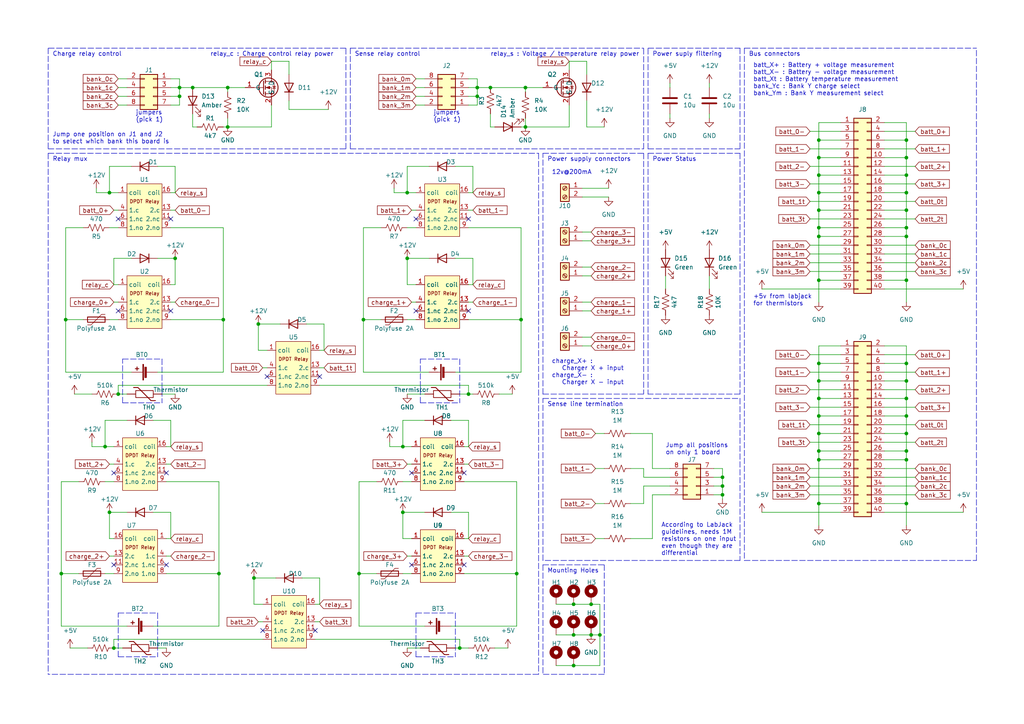
<source format=kicad_sch>
(kicad_sch (version 20211123) (generator eeschema)
  (paper "A4")
  (title_block (title "Battery Test Board") (rev "1.0") (company "Portland State Aerospace Society") (comment 1 "For testing batteries for satelites"))
  (junction (at 135.89 114.3))
  (junction (at 262.89 133.35))
  (junction (at 262.89 110.49))
  (junction (at 237.49 125.73))
  (junction (at 105.41 92.71))
  (junction (at 262.89 55.88))
  (junction (at 133.35 187.96))
  (junction (at 209.55 138.43))
  (junction (at 166.37 193.04))
  (junction (at 262.89 68.58))
  (junction (at 262.89 130.81))
  (junction (at 50.8 74.93))
  (junction (at 30.48 129.54))
  (junction (at 31.75 55.88))
  (junction (at 237.49 66.04))
  (junction (at 237.49 68.58))
  (junction (at 52.07 25.4))
  (junction (at 209.55 140.97))
  (junction (at 166.37 175.26))
  (junction (at 74.93 93.98))
  (junction (at 237.49 130.81))
  (junction (at 262.89 120.65))
  (junction (at 118.11 74.93))
  (junction (at 262.89 146.05))
  (junction (at 34.29 114.3))
  (junction (at 237.49 81.28))
  (junction (at 237.49 105.41))
  (junction (at 209.55 143.51))
  (junction (at 33.02 187.96))
  (junction (at 118.11 55.88))
  (junction (at 17.78 166.37))
  (junction (at 152.4 36.83))
  (junction (at 237.49 133.35))
  (junction (at 19.05 92.71))
  (junction (at 262.89 50.8))
  (junction (at 104.14 166.37))
  (junction (at 262.89 40.64))
  (junction (at 151.13 92.71))
  (junction (at 64.77 92.71))
  (junction (at 262.89 60.96))
  (junction (at 66.04 36.83))
  (junction (at 142.24 25.4))
  (junction (at 262.89 81.28))
  (junction (at 166.37 184.15))
  (junction (at 237.49 40.64))
  (junction (at 262.89 105.41))
  (junction (at 149.86 166.37))
  (junction (at 237.49 55.88))
  (junction (at 52.07 27.94))
  (junction (at 237.49 45.72))
  (junction (at 116.84 129.54))
  (junction (at 31.75 148.59))
  (junction (at 138.43 27.94))
  (junction (at 237.49 115.57))
  (junction (at 173.99 184.15))
  (junction (at 55.88 25.4))
  (junction (at 262.89 125.73))
  (junction (at 171.45 175.26))
  (junction (at 237.49 146.05))
  (junction (at 237.49 60.96))
  (junction (at 63.5 166.37))
  (junction (at 237.49 110.49))
  (junction (at 262.89 115.57))
  (junction (at 171.45 184.15))
  (junction (at 262.89 45.72))
  (junction (at 152.4 25.4))
  (junction (at 66.04 25.4))
  (junction (at 237.49 120.65))
  (junction (at 116.84 148.59))
  (junction (at 262.89 66.04))
  (junction (at 237.49 50.8))
  (junction (at 73.66 167.64))
  (junction (at 138.43 25.4))
  (no_connect (at 120.65 90.17))
  (no_connect (at 135.89 90.17))
  (no_connect (at 120.65 63.5))
  (no_connect (at 135.89 63.5))
  (no_connect (at 49.53 63.5))
  (no_connect (at 49.53 90.17))
  (no_connect (at 34.29 90.17))
  (no_connect (at 34.29 63.5))
  (no_connect (at 91.44 182.88))
  (no_connect (at 76.2 182.88))
  (no_connect (at 92.71 109.22))
  (no_connect (at 77.47 109.22))
  (no_connect (at 119.38 137.16))
  (no_connect (at 119.38 163.83))
  (no_connect (at 134.62 163.83))
  (no_connect (at 134.62 137.16))
  (no_connect (at 33.02 137.16))
  (no_connect (at 48.26 137.16))
  (no_connect (at 33.02 163.83))
  (no_connect (at 48.26 163.83))
  (wire (pts (xy 45.72 187.96) (xy 48.26 187.96)))
  (wire (pts (xy 256.54 60.96) (xy 262.89 60.96)))
  (wire (pts (xy 135.89 27.94) (xy 138.43 27.94)))
  (wire (pts (xy 104.14 166.37) (xy 109.22 166.37)))
  (wire (pts (xy 138.43 25.4) (xy 142.24 25.4)))
  (wire (pts (xy 66.04 25.4) (xy 66.04 26.67)))
  (wire (pts (xy 48.26 129.54) (xy 49.53 129.54)))
  (wire (pts (xy 256.54 83.82) (xy 279.4 83.82)))
  (wire (pts (xy 234.95 71.12) (xy 243.84 71.12)))
  (wire (pts (xy 64.77 92.71) (xy 64.77 107.95)))
  (wire (pts (xy 78.74 30.48) (xy 78.74 36.83)))
  (wire (pts (xy 237.49 146.05) (xy 243.84 146.05)))
  (wire (pts (xy 134.62 161.29) (xy 135.89 161.29)))
  (wire (pts (xy 116.84 156.21) (xy 119.38 156.21)))
  (wire (pts (xy 120.65 30.48) (xy 123.19 30.48)))
  (wire (pts (xy 104.14 181.61) (xy 123.19 181.61)))
  (wire (pts (xy 189.23 143.51) (xy 194.31 143.51)))
  (polyline (pts (xy 156.21 44.45) (xy 156.21 195.58)))
  (wire (pts (xy 44.45 181.61) (xy 63.5 181.61)))
  (polyline (pts (xy 101.6 13.97) (xy 186.69 13.97)))
  (wire (pts (xy 118.11 161.29) (xy 119.38 161.29)))
  (wire (pts (xy 262.89 55.88) (xy 262.89 60.96)))
  (wire (pts (xy 193.04 80.01) (xy 193.04 83.82)))
  (wire (pts (xy 234.95 63.5) (xy 243.84 63.5)))
  (polyline (pts (xy 215.9 162.56) (xy 283.21 162.56)))
  (wire (pts (xy 66.04 25.4) (xy 71.12 25.4)))
  (wire (pts (xy 256.54 140.97) (xy 265.43 140.97)))
  (wire (pts (xy 262.89 125.73) (xy 262.89 130.81)))
  (wire (pts (xy 234.95 38.1) (xy 243.84 38.1)))
  (polyline (pts (xy 157.48 114.3) (xy 186.69 114.3)))
  (wire (pts (xy 83.82 31.75) (xy 95.25 31.75)))
  (wire (pts (xy 33.02 156.21) (xy 31.75 156.21)))
  (wire (pts (xy 118.11 114.3) (xy 123.19 114.3)))
  (wire (pts (xy 118.11 66.04) (xy 120.65 66.04)))
  (wire (pts (xy 205.74 80.01) (xy 205.74 83.82)))
  (wire (pts (xy 120.65 27.94) (xy 123.19 27.94)))
  (wire (pts (xy 234.95 143.51) (xy 243.84 143.51)))
  (wire (pts (xy 104.14 139.7) (xy 104.14 166.37)))
  (wire (pts (xy 105.41 107.95) (xy 124.46 107.95)))
  (wire (pts (xy 256.54 73.66) (xy 265.43 73.66)))
  (wire (pts (xy 33.02 187.96) (xy 35.56 187.96)))
  (wire (pts (xy 92.71 101.6) (xy 93.98 101.6)))
  (polyline (pts (xy 120.65 190.5) (xy 132.08 190.5)))
  (wire (pts (xy 262.89 105.41) (xy 262.89 110.49)))
  (wire (pts (xy 19.05 92.71) (xy 24.13 92.71)))
  (wire (pts (xy 133.35 187.96) (xy 135.89 187.96)))
  (wire (pts (xy 104.14 139.7) (xy 109.22 139.7)))
  (polyline (pts (xy 214.63 13.97) (xy 214.63 43.18)))
  (wire (pts (xy 205.74 24.13) (xy 205.74 25.4)))
  (wire (pts (xy 262.89 130.81) (xy 262.89 133.35)))
  (wire (pts (xy 118.11 48.26) (xy 124.46 48.26)))
  (polyline (pts (xy 45.72 177.8) (xy 45.72 190.5)))
  (wire (pts (xy 134.62 139.7) (xy 149.86 139.7)))
  (wire (pts (xy 234.95 76.2) (xy 243.84 76.2)))
  (wire (pts (xy 113.03 129.54) (xy 116.84 129.54)))
  (wire (pts (xy 234.95 78.74) (xy 243.84 78.74)))
  (wire (pts (xy 194.31 24.13) (xy 194.31 25.4)))
  (wire (pts (xy 26.67 129.54) (xy 30.48 129.54)))
  (wire (pts (xy 161.29 184.15) (xy 166.37 184.15)))
  (wire (pts (xy 166.37 184.15) (xy 171.45 184.15)))
  (wire (pts (xy 168.91 90.17) (xy 171.45 90.17)))
  (wire (pts (xy 119.38 87.63) (xy 120.65 87.63)))
  (wire (pts (xy 237.49 50.8) (xy 237.49 45.72)))
  (wire (pts (xy 173.99 175.26) (xy 173.99 184.15)))
  (wire (pts (xy 52.07 30.48) (xy 52.07 27.94)))
  (wire (pts (xy 152.4 36.83) (xy 165.1 36.83)))
  (wire (pts (xy 143.51 187.96) (xy 147.32 187.96)))
  (wire (pts (xy 243.84 125.73) (xy 237.49 125.73)))
  (wire (pts (xy 49.53 60.96) (xy 50.8 60.96)))
  (polyline (pts (xy 121.92 104.14) (xy 133.35 104.14)))
  (polyline (pts (xy 100.33 43.18) (xy 100.33 13.97)))
  (wire (pts (xy 52.07 25.4) (xy 52.07 22.86)))
  (wire (pts (xy 256.54 45.72) (xy 262.89 45.72)))
  (wire (pts (xy 262.89 40.64) (xy 262.89 45.72)))
  (wire (pts (xy 168.91 69.85) (xy 171.45 69.85)))
  (wire (pts (xy 49.53 55.88) (xy 50.8 55.88)))
  (polyline (pts (xy 214.63 162.56) (xy 157.48 162.56)))
  (wire (pts (xy 220.98 83.82) (xy 243.84 83.82)))
  (wire (pts (xy 20.32 187.96) (xy 25.4 187.96)))
  (wire (pts (xy 19.05 107.95) (xy 19.05 92.71)))
  (wire (pts (xy 135.89 156.21) (xy 135.89 148.59)))
  (wire (pts (xy 256.54 81.28) (xy 262.89 81.28)))
  (wire (pts (xy 133.35 187.96) (xy 133.35 185.42)))
  (wire (pts (xy 151.13 66.04) (xy 151.13 92.71)))
  (wire (pts (xy 262.89 50.8) (xy 262.89 45.72)))
  (wire (pts (xy 92.71 167.64) (xy 87.63 167.64)))
  (wire (pts (xy 237.49 100.33) (xy 237.49 105.41)))
  (wire (pts (xy 168.91 87.63) (xy 171.45 87.63)))
  (wire (pts (xy 116.84 166.37) (xy 119.38 166.37)))
  (wire (pts (xy 237.49 45.72) (xy 243.84 45.72)))
  (wire (pts (xy 168.91 57.15) (xy 176.53 57.15)))
  (wire (pts (xy 138.43 30.48) (xy 138.43 27.94)))
  (wire (pts (xy 194.31 33.02) (xy 194.31 34.29)))
  (wire (pts (xy 256.54 128.27) (xy 265.43 128.27)))
  (wire (pts (xy 27.94 54.61) (xy 27.94 55.88)))
  (wire (pts (xy 256.54 55.88) (xy 262.89 55.88)))
  (wire (pts (xy 26.67 128.27) (xy 26.67 129.54)))
  (wire (pts (xy 243.84 120.65) (xy 237.49 120.65)))
  (wire (pts (xy 237.49 81.28) (xy 243.84 81.28)))
  (wire (pts (xy 74.93 101.6) (xy 77.47 101.6)))
  (polyline (pts (xy 187.96 43.18) (xy 214.63 43.18)))
  (polyline (pts (xy 157.48 163.83) (xy 157.48 195.58)))
  (wire (pts (xy 116.84 121.92) (xy 116.84 129.54)))
  (wire (pts (xy 132.08 107.95) (xy 151.13 107.95)))
  (polyline (pts (xy 133.35 104.14) (xy 133.35 116.84)))
  (wire (pts (xy 209.55 138.43) (xy 209.55 140.97)))
  (wire (pts (xy 113.03 128.27) (xy 113.03 129.54)))
  (wire (pts (xy 171.45 175.26) (xy 173.99 175.26)))
  (wire (pts (xy 135.89 148.59) (xy 130.81 148.59)))
  (wire (pts (xy 237.49 66.04) (xy 237.49 68.58)))
  (wire (pts (xy 49.53 30.48) (xy 52.07 30.48)))
  (wire (pts (xy 149.86 166.37) (xy 149.86 181.61)))
  (wire (pts (xy 237.49 110.49) (xy 243.84 110.49)))
  (wire (pts (xy 120.65 25.4) (xy 123.19 25.4)))
  (wire (pts (xy 168.91 67.31) (xy 171.45 67.31)))
  (wire (pts (xy 137.16 55.88) (xy 137.16 48.26)))
  (wire (pts (xy 256.54 113.03) (xy 265.43 113.03)))
  (wire (pts (xy 93.98 93.98) (xy 88.9 93.98)))
  (wire (pts (xy 237.49 120.65) (xy 237.49 125.73)))
  (wire (pts (xy 34.29 30.48) (xy 36.83 30.48)))
  (wire (pts (xy 130.81 181.61) (xy 149.86 181.61)))
  (wire (pts (xy 118.11 92.71) (xy 120.65 92.71)))
  (wire (pts (xy 182.88 146.05) (xy 186.69 146.05)))
  (wire (pts (xy 135.89 129.54) (xy 135.89 121.92)))
  (wire (pts (xy 262.89 81.28) (xy 262.89 87.63)))
  (wire (pts (xy 262.89 50.8) (xy 262.89 55.88)))
  (wire (pts (xy 134.62 166.37) (xy 149.86 166.37)))
  (wire (pts (xy 234.95 43.18) (xy 243.84 43.18)))
  (wire (pts (xy 120.65 22.86) (xy 123.19 22.86)))
  (wire (pts (xy 49.53 156.21) (xy 48.26 156.21)))
  (wire (pts (xy 19.05 107.95) (xy 38.1 107.95)))
  (polyline (pts (xy 35.56 116.84) (xy 46.99 116.84)))
  (wire (pts (xy 74.93 180.34) (xy 76.2 180.34)))
  (wire (pts (xy 137.16 48.26) (xy 132.08 48.26)))
  (wire (pts (xy 237.49 105.41) (xy 237.49 110.49)))
  (wire (pts (xy 17.78 139.7) (xy 22.86 139.7)))
  (wire (pts (xy 256.54 135.89) (xy 265.43 135.89)))
  (wire (pts (xy 262.89 40.64) (xy 256.54 40.64)))
  (wire (pts (xy 165.1 30.48) (xy 165.1 36.83)))
  (wire (pts (xy 237.49 60.96) (xy 237.49 66.04)))
  (wire (pts (xy 165.1 17.78) (xy 170.18 17.78)))
  (wire (pts (xy 63.5 139.7) (xy 63.5 166.37)))
  (wire (pts (xy 49.53 82.55) (xy 50.8 82.55)))
  (wire (pts (xy 256.54 43.18) (xy 265.43 43.18)))
  (wire (pts (xy 152.4 25.4) (xy 157.48 25.4)))
  (polyline (pts (xy 187.96 44.45) (xy 187.96 114.3)))
  (polyline (pts (xy 187.96 44.45) (xy 214.63 44.45)))
  (wire (pts (xy 134.62 156.21) (xy 135.89 156.21)))
  (polyline (pts (xy 157.48 115.57) (xy 214.63 115.57)))
  (wire (pts (xy 243.84 50.8) (xy 237.49 50.8)))
  (polyline (pts (xy 13.97 13.97) (xy 13.97 43.18)))
  (wire (pts (xy 168.91 80.01) (xy 171.45 80.01)))
  (wire (pts (xy 256.54 100.33) (xy 262.89 100.33)))
  (wire (pts (xy 256.54 143.51) (xy 265.43 143.51)))
  (wire (pts (xy 33.02 185.42) (xy 76.2 185.42)))
  (wire (pts (xy 256.54 78.74) (xy 265.43 78.74)))
  (polyline (pts (xy 120.65 177.8) (xy 132.08 177.8)))
  (wire (pts (xy 17.78 139.7) (xy 17.78 166.37)))
  (wire (pts (xy 49.53 148.59) (xy 44.45 148.59)))
  (wire (pts (xy 118.11 48.26) (xy 118.11 55.88)))
  (wire (pts (xy 262.89 68.58) (xy 256.54 68.58)))
  (wire (pts (xy 66.04 34.29) (xy 66.04 36.83)))
  (polyline (pts (xy 187.96 43.18) (xy 187.96 13.97)))
  (wire (pts (xy 73.66 175.26) (xy 76.2 175.26)))
  (wire (pts (xy 17.78 181.61) (xy 36.83 181.61)))
  (polyline (pts (xy 156.21 195.58) (xy 13.97 195.58)))
  (wire (pts (xy 63.5 166.37) (xy 63.5 181.61)))
  (wire (pts (xy 262.89 146.05) (xy 262.89 152.4)))
  (wire (pts (xy 31.75 55.88) (xy 34.29 55.88)))
  (wire (pts (xy 137.16 82.55) (xy 137.16 74.93)))
  (polyline (pts (xy 13.97 44.45) (xy 156.21 44.45)))
  (wire (pts (xy 234.95 58.42) (xy 243.84 58.42)))
  (wire (pts (xy 33.02 74.93) (xy 33.02 82.55)))
  (polyline (pts (xy 175.26 195.58) (xy 157.48 195.58)))
  (wire (pts (xy 172.72 125.73) (xy 175.26 125.73)))
  (wire (pts (xy 234.95 118.11) (xy 243.84 118.11)))
  (polyline (pts (xy 34.29 190.5) (xy 45.72 190.5)))
  (wire (pts (xy 114.3 54.61) (xy 114.3 55.88)))
  (polyline (pts (xy 13.97 43.18) (xy 100.33 43.18)))
  (wire (pts (xy 256.54 123.19) (xy 265.43 123.19)))
  (wire (pts (xy 116.84 148.59) (xy 116.84 156.21)))
  (wire (pts (xy 31.75 134.62) (xy 33.02 134.62)))
  (wire (pts (xy 73.66 167.64) (xy 73.66 175.26)))
  (wire (pts (xy 262.89 66.04) (xy 262.89 68.58)))
  (wire (pts (xy 135.89 111.76) (xy 135.89 114.3)))
  (wire (pts (xy 64.77 66.04) (xy 64.77 92.71)))
  (wire (pts (xy 55.88 25.4) (xy 66.04 25.4)))
  (wire (pts (xy 45.72 107.95) (xy 64.77 107.95)))
  (wire (pts (xy 142.24 25.4) (xy 152.4 25.4)))
  (polyline (pts (xy 120.65 190.5) (xy 120.65 177.8)))
  (polyline (pts (xy 46.99 104.14) (xy 46.99 116.84)))
  (polyline (pts (xy 157.48 114.3) (xy 157.48 44.45)))
  (wire (pts (xy 172.72 156.21) (xy 175.26 156.21)))
  (wire (pts (xy 151.13 36.83) (xy 152.4 36.83)))
  (wire (pts (xy 165.1 17.78) (xy 165.1 20.32)))
  (wire (pts (xy 30.48 121.92) (xy 30.48 129.54)))
  (polyline (pts (xy 214.63 114.3) (xy 187.96 114.3)))
  (wire (pts (xy 186.69 146.05) (xy 186.69 140.97)))
  (polyline (pts (xy 187.96 13.97) (xy 214.63 13.97)))
  (wire (pts (xy 234.95 140.97) (xy 243.84 140.97)))
  (wire (pts (xy 30.48 129.54) (xy 33.02 129.54)))
  (wire (pts (xy 207.01 143.51) (xy 209.55 143.51)))
  (wire (pts (xy 36.83 148.59) (xy 31.75 148.59)))
  (wire (pts (xy 234.95 123.19) (xy 243.84 123.19)))
  (wire (pts (xy 105.41 92.71) (xy 110.49 92.71)))
  (polyline (pts (xy 100.33 13.97) (xy 13.97 13.97)))
  (wire (pts (xy 186.69 135.89) (xy 186.69 138.43)))
  (wire (pts (xy 118.11 82.55) (xy 120.65 82.55)))
  (wire (pts (xy 31.75 148.59) (xy 31.75 156.21)))
  (wire (pts (xy 138.43 27.94) (xy 138.43 25.4)))
  (wire (pts (xy 161.29 175.26) (xy 166.37 175.26)))
  (wire (pts (xy 237.49 130.81) (xy 237.49 133.35)))
  (wire (pts (xy 237.49 68.58) (xy 237.49 81.28)))
  (wire (pts (xy 243.84 105.41) (xy 237.49 105.41)))
  (polyline (pts (xy 132.08 177.8) (xy 132.08 190.5)))
  (wire (pts (xy 237.49 55.88) (xy 237.49 60.96)))
  (wire (pts (xy 256.54 48.26) (xy 265.43 48.26)))
  (wire (pts (xy 46.99 114.3) (xy 50.8 114.3)))
  (wire (pts (xy 132.08 187.96) (xy 133.35 187.96)))
  (wire (pts (xy 83.82 29.21) (xy 83.82 31.75)))
  (wire (pts (xy 207.01 140.97) (xy 209.55 140.97)))
  (wire (pts (xy 256.54 58.42) (xy 265.43 58.42)))
  (wire (pts (xy 135.89 30.48) (xy 138.43 30.48)))
  (wire (pts (xy 64.77 36.83) (xy 66.04 36.83)))
  (wire (pts (xy 135.89 66.04) (xy 151.13 66.04)))
  (wire (pts (xy 133.35 114.3) (xy 135.89 114.3)))
  (wire (pts (xy 50.8 48.26) (xy 45.72 48.26)))
  (wire (pts (xy 34.29 114.3) (xy 34.29 111.76)))
  (wire (pts (xy 31.75 48.26) (xy 31.75 55.88)))
  (wire (pts (xy 116.84 121.92) (xy 123.19 121.92)))
  (wire (pts (xy 205.74 33.02) (xy 205.74 34.29)))
  (wire (pts (xy 243.84 115.57) (xy 237.49 115.57)))
  (wire (pts (xy 256.54 50.8) (xy 262.89 50.8)))
  (polyline (pts (xy 101.6 13.97) (xy 101.6 43.18)))
  (wire (pts (xy 33.02 74.93) (xy 38.1 74.93)))
  (wire (pts (xy 186.69 140.97) (xy 194.31 140.97)))
  (wire (pts (xy 48.26 134.62) (xy 49.53 134.62)))
  (wire (pts (xy 92.71 175.26) (xy 92.71 167.64)))
  (wire (pts (xy 142.24 33.02) (xy 142.24 36.83)))
  (wire (pts (xy 256.54 125.73) (xy 262.89 125.73)))
  (wire (pts (xy 33.02 87.63) (xy 34.29 87.63)))
  (wire (pts (xy 49.53 25.4) (xy 52.07 25.4)))
  (wire (pts (xy 76.2 106.68) (xy 77.47 106.68)))
  (wire (pts (xy 186.69 138.43) (xy 194.31 138.43)))
  (wire (pts (xy 142.24 36.83) (xy 143.51 36.83)))
  (wire (pts (xy 189.23 125.73) (xy 189.23 135.89)))
  (polyline (pts (xy 34.29 190.5) (xy 34.29 177.8)))
  (wire (pts (xy 17.78 181.61) (xy 17.78 166.37)))
  (polyline (pts (xy 121.92 116.84) (xy 133.35 116.84)))
  (wire (pts (xy 104.14 181.61) (xy 104.14 166.37)))
  (wire (pts (xy 52.07 27.94) (xy 52.07 25.4)))
  (polyline (pts (xy 13.97 44.45) (xy 13.97 195.58)))
  (wire (pts (xy 34.29 25.4) (xy 36.83 25.4)))
  (wire (pts (xy 172.72 146.05) (xy 175.26 146.05)))
  (wire (pts (xy 49.53 129.54) (xy 49.53 121.92)))
  (wire (pts (xy 237.49 130.81) (xy 243.84 130.81)))
  (wire (pts (xy 151.13 92.71) (xy 151.13 107.95)))
  (wire (pts (xy 243.84 40.64) (xy 237.49 40.64)))
  (wire (pts (xy 33.02 82.55) (xy 34.29 82.55)))
  (wire (pts (xy 49.53 121.92) (xy 44.45 121.92)))
  (wire (pts (xy 92.71 106.68) (xy 93.98 106.68)))
  (wire (pts (xy 48.26 166.37) (xy 63.5 166.37)))
  (wire (pts (xy 135.89 82.55) (xy 137.16 82.55)))
  (wire (pts (xy 83.82 17.78) (xy 83.82 21.59)))
  (wire (pts (xy 234.95 53.34) (xy 243.84 53.34)))
  (wire (pts (xy 52.07 25.4) (xy 55.88 25.4)))
  (wire (pts (xy 237.49 133.35) (xy 237.49 146.05)))
  (wire (pts (xy 256.54 53.34) (xy 265.43 53.34)))
  (wire (pts (xy 262.89 115.57) (xy 262.89 110.49)))
  (wire (pts (xy 105.41 66.04) (xy 105.41 92.71)))
  (wire (pts (xy 49.53 22.86) (xy 52.07 22.86)))
  (wire (pts (xy 19.05 66.04) (xy 24.13 66.04)))
  (wire (pts (xy 237.49 125.73) (xy 237.49 130.81)))
  (wire (pts (xy 118.11 134.62) (xy 119.38 134.62)))
  (wire (pts (xy 256.54 71.12) (xy 265.43 71.12)))
  (wire (pts (xy 166.37 175.26) (xy 171.45 175.26)))
  (wire (pts (xy 91.44 180.34) (xy 92.71 180.34)))
  (wire (pts (xy 118.11 74.93) (xy 118.11 82.55)))
  (wire (pts (xy 256.54 110.49) (xy 262.89 110.49)))
  (wire (pts (xy 172.72 135.89) (xy 175.26 135.89)))
  (wire (pts (xy 152.4 25.4) (xy 152.4 26.67)))
  (wire (pts (xy 189.23 156.21) (xy 189.23 143.51)))
  (wire (pts (xy 262.89 115.57) (xy 262.89 120.65)))
  (wire (pts (xy 149.86 139.7) (xy 149.86 166.37)))
  (wire (pts (xy 170.18 36.83) (xy 170.18 29.21)))
  (wire (pts (xy 45.72 74.93) (xy 50.8 74.93)))
  (wire (pts (xy 168.91 100.33) (xy 171.45 100.33)))
  (polyline (pts (xy 175.26 163.83) (xy 175.26 195.58)))
  (wire (pts (xy 74.93 93.98) (xy 81.28 93.98)))
  (wire (pts (xy 31.75 161.29) (xy 33.02 161.29)))
  (wire (pts (xy 49.53 92.71) (xy 64.77 92.71)))
  (polyline (pts (xy 157.48 44.45) (xy 186.69 44.45)))
  (wire (pts (xy 207.01 135.89) (xy 209.55 135.89)))
  (wire (pts (xy 78.74 17.78) (xy 83.82 17.78)))
  (wire (pts (xy 234.95 128.27) (xy 243.84 128.27)))
  (wire (pts (xy 118.11 187.96) (xy 121.92 187.96)))
  (wire (pts (xy 116.84 129.54) (xy 119.38 129.54)))
  (wire (pts (xy 30.48 166.37) (xy 33.02 166.37)))
  (polyline (pts (xy 214.63 115.57) (xy 214.63 162.56)))
  (wire (pts (xy 220.98 148.59) (xy 243.84 148.59)))
  (wire (pts (xy 92.71 111.76) (xy 135.89 111.76)))
  (wire (pts (xy 262.89 133.35) (xy 256.54 133.35)))
  (polyline (pts (xy 121.92 116.84) (xy 121.92 104.14)))
  (wire (pts (xy 116.84 148.59) (xy 123.19 148.59)))
  (polyline (pts (xy 34.29 177.8) (xy 45.72 177.8)))
  (wire (pts (xy 234.95 107.95) (xy 243.84 107.95)))
  (wire (pts (xy 135.89 92.71) (xy 151.13 92.71)))
  (wire (pts (xy 33.02 60.96) (xy 34.29 60.96)))
  (wire (pts (xy 118.11 74.93) (xy 124.46 74.93)))
  (wire (pts (xy 262.89 35.56) (xy 262.89 40.64)))
  (wire (pts (xy 168.91 54.61) (xy 176.53 54.61)))
  (wire (pts (xy 30.48 121.92) (xy 36.83 121.92)))
  (wire (pts (xy 134.62 129.54) (xy 135.89 129.54)))
  (wire (pts (xy 209.55 140.97) (xy 209.55 143.51)))
  (polyline (pts (xy 35.56 104.14) (xy 46.99 104.14)))
  (wire (pts (xy 234.95 113.03) (xy 243.84 113.03)))
  (wire (pts (xy 27.94 55.88) (xy 31.75 55.88)))
  (wire (pts (xy 93.98 101.6) (xy 93.98 93.98)))
  (polyline (pts (xy 214.63 44.45) (xy 214.63 114.3)))
  (wire (pts (xy 256.54 146.05) (xy 262.89 146.05)))
  (wire (pts (xy 19.05 66.04) (xy 19.05 92.71)))
  (polyline (pts (xy 283.21 162.56) (xy 283.21 13.97)))
  (wire (pts (xy 152.4 34.29) (xy 152.4 36.83)))
  (wire (pts (xy 49.53 87.63) (xy 50.8 87.63)))
  (wire (pts (xy 119.38 60.96) (xy 120.65 60.96)))
  (wire (pts (xy 17.78 166.37) (xy 22.86 166.37)))
  (wire (pts (xy 166.37 193.04) (xy 173.99 193.04)))
  (wire (pts (xy 135.89 121.92) (xy 130.81 121.92)))
  (wire (pts (xy 49.53 27.94) (xy 52.07 27.94)))
  (polyline (pts (xy 215.9 13.97) (xy 283.21 13.97)))
  (wire (pts (xy 30.48 139.7) (xy 33.02 139.7)))
  (wire (pts (xy 209.55 143.51) (xy 209.55 144.78)))
  (wire (pts (xy 118.11 55.88) (xy 120.65 55.88)))
  (polyline (pts (xy 186.69 44.45) (xy 186.69 114.3)))
  (wire (pts (xy 135.89 55.88) (xy 137.16 55.88)))
  (wire (pts (xy 91.44 185.42) (xy 133.35 185.42)))
  (wire (pts (xy 74.93 93.98) (xy 74.93 101.6)))
  (polyline (pts (xy 157.48 162.56) (xy 157.48 115.57)))
  (wire (pts (xy 262.89 100.33) (xy 262.89 105.41)))
  (wire (pts (xy 234.95 138.43) (xy 243.84 138.43)))
  (wire (pts (xy 135.89 25.4) (xy 138.43 25.4)))
  (wire (pts (xy 31.75 48.26) (xy 38.1 48.26)))
  (wire (pts (xy 105.41 107.95) (xy 105.41 92.71)))
  (wire (pts (xy 116.84 139.7) (xy 119.38 139.7)))
  (wire (pts (xy 189.23 135.89) (xy 194.31 135.89)))
  (polyline (pts (xy 35.56 116.84) (xy 35.56 104.14)))
  (wire (pts (xy 50.8 55.88) (xy 50.8 48.26)))
  (wire (pts (xy 170.18 36.83) (xy 175.26 36.83)))
  (wire (pts (xy 256.54 115.57) (xy 262.89 115.57)))
  (wire (pts (xy 262.89 120.65) (xy 262.89 125.73)))
  (wire (pts (xy 91.44 175.26) (xy 92.71 175.26)))
  (wire (pts (xy 256.54 63.5) (xy 265.43 63.5)))
  (wire (pts (xy 243.84 35.56) (xy 237.49 35.56)))
  (wire (pts (xy 256.54 76.2) (xy 265.43 76.2)))
  (wire (pts (xy 135.89 114.3) (xy 137.16 114.3)))
  (wire (pts (xy 34.29 27.94) (xy 36.83 27.94)))
  (wire (pts (xy 262.89 105.41) (xy 256.54 105.41)))
  (wire (pts (xy 256.54 138.43) (xy 265.43 138.43)))
  (wire (pts (xy 262.89 60.96) (xy 262.89 66.04)))
  (wire (pts (xy 256.54 35.56) (xy 262.89 35.56)))
  (wire (pts (xy 21.59 114.3) (xy 26.67 114.3)))
  (wire (pts (xy 234.95 48.26) (xy 243.84 48.26)))
  (wire (pts (xy 256.54 120.65) (xy 262.89 120.65)))
  (wire (pts (xy 243.84 60.96) (xy 237.49 60.96)))
  (wire (pts (xy 237.49 68.58) (xy 243.84 68.58)))
  (wire (pts (xy 234.95 73.66) (xy 243.84 73.66)))
  (wire (pts (xy 161.29 193.04) (xy 166.37 193.04)))
  (wire (pts (xy 262.89 133.35) (xy 262.89 146.05)))
  (wire (pts (xy 256.54 148.59) (xy 279.4 148.59)))
  (wire (pts (xy 256.54 102.87) (xy 265.43 102.87)))
  (wire (pts (xy 256.54 107.95) (xy 265.43 107.95)))
  (wire (pts (xy 55.88 33.02) (xy 55.88 36.83)))
  (wire (pts (xy 256.54 38.1) (xy 265.43 38.1)))
  (wire (pts (xy 243.84 100.33) (xy 237.49 100.33)))
  (wire (pts (xy 262.89 68.58) (xy 262.89 81.28)))
  (wire (pts (xy 182.88 125.73) (xy 189.23 125.73)))
  (wire (pts (xy 135.89 87.63) (xy 137.16 87.63)))
  (polyline (pts (xy 215.9 13.97) (xy 215.9 162.56)))
  (wire (pts (xy 49.53 66.04) (xy 64.77 66.04)))
  (wire (pts (xy 182.88 156.21) (xy 189.23 156.21)))
  (wire (pts (xy 114.3 55.88) (xy 118.11 55.88)))
  (wire (pts (xy 234.95 102.87) (xy 243.84 102.87)))
  (wire (pts (xy 134.62 134.62) (xy 135.89 134.62)))
  (polyline (pts (xy 186.69 43.18) (xy 186.69 13.97)))
  (wire (pts (xy 170.18 21.59) (xy 170.18 17.78)))
  (wire (pts (xy 50.8 74.93) (xy 50.8 82.55)))
  (wire (pts (xy 237.49 146.05) (xy 237.49 152.4)))
  (wire (pts (xy 237.49 66.04) (xy 243.84 66.04)))
  (wire (pts (xy 168.91 77.47) (xy 171.45 77.47)))
  (wire (pts (xy 237.49 40.64) (xy 237.49 45.72)))
  (wire (pts (xy 171.45 184.15) (xy 173.99 184.15)))
  (wire (pts (xy 49.53 148.59) (xy 49.53 156.21)))
  (wire (pts (xy 256.54 130.81) (xy 262.89 130.81)))
  (wire (pts (xy 209.55 135.89) (xy 209.55 138.43)))
  (wire (pts (xy 182.88 135.89) (xy 186.69 135.89)))
  (wire (pts (xy 78.74 17.78) (xy 78.74 20.32)))
  (wire (pts (xy 237.49 115.57) (xy 237.49 120.65)))
  (wire (pts (xy 135.89 22.86) (xy 138.43 22.86)))
  (wire (pts (xy 137.16 74.93) (xy 132.08 74.93)))
  (wire (pts (xy 73.66 167.64) (xy 80.01 167.64)))
  (wire (pts (xy 135.89 60.96) (xy 137.16 60.96)))
  (wire (pts (xy 237.49 81.28) (xy 237.49 87.63)))
  (wire (pts (xy 237.49 133.35) (xy 243.84 133.35)))
  (wire (pts (xy 173.99 193.04) (xy 173.99 184.15)))
  (polyline (pts (xy 157.48 163.83) (xy 175.26 163.83)))
  (wire (pts (xy 237.49 115.57) (xy 237.49 110.49)))
  (wire (pts (xy 105.41 66.04) (xy 110.49 66.04)))
  (wire (pts (xy 256.54 66.04) (xy 262.89 66.04)))
  (wire (pts (xy 66.04 36.83) (xy 78.74 36.83)))
  (wire (pts (xy 207.01 138.43) (xy 209.55 138.43)))
  (wire (pts (xy 243.84 55.88) (xy 237.49 55.88)))
  (wire (pts (xy 237.49 50.8) (xy 237.49 55.88)))
  (wire (pts (xy 237.49 35.56) (xy 237.49 40.64)))
  (wire (pts (xy 55.88 36.83) (xy 57.15 36.83)))
  (wire (pts (xy 48.26 161.29) (xy 49.53 161.29)))
  (wire (pts (xy 34.29 22.86) (xy 36.83 22.86)))
  (wire (pts (xy 144.78 114.3) (xy 148.59 114.3)))
  (wire (pts (xy 31.75 92.71) (xy 34.29 92.71)))
  (wire (pts (xy 168.91 97.79) (xy 171.45 97.79)))
  (polyline (pts (xy 101.6 43.18) (xy 186.69 43.18)))
  (wire (pts (xy 234.95 135.89) (xy 243.84 135.89)))
  (wire (pts (xy 34.29 111.76) (xy 77.47 111.76)))
  (wire (pts (xy 34.29 114.3) (xy 36.83 114.3)))
  (wire (pts (xy 31.75 66.04) (xy 34.29 66.04)))
  (wire (pts (xy 138.43 25.4) (xy 138.43 22.86)))
  (wire (pts (xy 256.54 118.11) (xy 265.43 118.11)))
  (wire (pts (xy 48.26 139.7) (xy 63.5 139.7)))
  (wire (pts (xy 33.02 187.96) (xy 33.02 185.42)))
  (text "jumpers\n(pick 1)" (at 125.73 35.56 0) (effects (font (size 1.27 1.27)) (justify left bottom)))
  (text "Jump one position on J1 and J2\nto select which bank this board is" (at 15.24 41.91 0) (effects (font (size 1.27 1.27)) (justify left bottom)))
  (text "Jump all positions\non only 1 board\n" (at 193.04 132.08 0) (effects (font (size 1.27 1.27)) (justify left bottom)))
  (text "Mounting Holes" (at 158.75 166.37 0) (effects (font (size 1.27 1.27)) (justify left bottom)))
  (text "Sense line termination" (at 158.75 118.11 0) (effects (font (size 1.27 1.27)) (justify left bottom)))
  (text "relay_c : Charge control relay power\n" (at 60.96 16.51 0) (effects (font (size 1.27 1.27)) (justify left bottom)))
  (text "Power Status" (at 189.23 46.99 0) (effects (font (size 1.27 1.27)) (justify left bottom)))
  (text "Sense relay control" (at 102.87 16.51 0) (effects (font (size 1.27 1.27)) (justify left bottom)))
  (text "Power supply connectors" (at 158.75 46.99 0) (effects (font (size 1.27 1.27)) (justify left bottom)))
  (text "relay_s : Voltage / temperature relay power\n" (at 142.24 16.51 0) (effects (font (size 1.27 1.27)) (justify left bottom)))
  (text "12v@200mA" (at 160.02 50.8 0) (effects (font (size 1.27 1.27)) (justify left bottom)))
  (text "+5v from labjack\nfor thermistors" (at 218.44 88.9 0) (effects (font (size 1.27 1.27)) (justify left bottom)))
  (text "Power suply filtering" (at 189.23 16.51 0) (effects (font (size 1.27 1.27)) (justify left bottom)))
  (text "charge_X+ :\n   Charger X + input\ncharge_X- :\n   Charger X - input" (at 160.02 111.76 0) (effects (font (size 1.27 1.27)) (justify left bottom)))
  (text "jumpers\n(pick 1)" (at 39.37 35.56 0) (effects (font (size 1.27 1.27)) (justify left bottom)))
  (text "batt_X+ : Battery + voltage measurement\nbatt_X- : Battery - voltage measurement\nbatt_Xt : Battery temperature measurement\nbank_Yc : Bank Y charge select\nbank_Ym : Bank Y measurement select" (at 218.44 27.94 0) (effects (font (size 1.27 1.27)) (justify left bottom)))
  (text "According to LabJack\nguidelines, needs 1M\nresistors on one input\neven though they are\ndifferential" (at 191.77 161.29 0) (effects (font (size 1.27 1.27)) (justify left bottom)))
  (text "Relay mux" (at 15.24 46.99 0) (effects (font (size 1.27 1.27)) (justify left bottom)))
  (text "Bus connectors" (at 217.17 16.51 0) (effects (font (size 1.27 1.27)) (justify left bottom)))
  (text "Charge relay control" (at 15.24 16.51 0) (effects (font (size 1.27 1.27)) (justify left bottom)))
  (global_label "batt_2-" (shape input) (at 234.95 113.03 180) (property "Intersheet References" "${INTERSHEET_REFS}" (effects hide)))
  (global_label "bank_2c" (shape input) (at 265.43 140.97 0) (property "Intersheet References" "${INTERSHEET_REFS}" (effects hide)))
  (global_label "charge_3+" (shape input) (at 118.11 161.29 180) (property "Intersheet References" "${INTERSHEET_REFS}" (effects hide)))
  (global_label "batt_2-" (shape input) (at 172.72 146.05 180) (property "Intersheet References" "${INTERSHEET_REFS}" (effects hide)))
  (global_label "bank_1m" (shape input) (at 234.95 138.43 180) (property "Intersheet References" "${INTERSHEET_REFS}" (effects hide)))
  (global_label "charge_3-" (shape input) (at 135.89 161.29 0) (property "Intersheet References" "${INTERSHEET_REFS}" (effects hide)))
  (global_label "bank_0m" (shape input) (at 120.65 22.86 180) (property "Intersheet References" "${INTERSHEET_REFS}" (effects hide)))
  (global_label "relay_s" (shape input) (at 92.71 175.26 0) (property "Intersheet References" "${INTERSHEET_REFS}" (effects hide)))
  (global_label "charge_2+" (shape input) (at 31.75 161.29 180) (property "Intersheet References" "${INTERSHEET_REFS}" (effects hide)))
  (global_label "bank_0c" (shape input) (at 34.29 22.86 180) (property "Intersheet References" "${INTERSHEET_REFS}" (effects hide)))
  (global_label "batt_1-" (shape input) (at 137.16 60.96 0) (property "Intersheet References" "${INTERSHEET_REFS}" (effects hide)))
  (global_label "batt_0t" (shape input) (at 76.2 106.68 180) (property "Intersheet References" "${INTERSHEET_REFS}" (effects hide)))
  (global_label "batt_1-" (shape input) (at 234.95 107.95 180) (property "Intersheet References" "${INTERSHEET_REFS}" (effects hide)))
  (global_label "batt_2t" (shape input) (at 74.93 180.34 180) (property "Intersheet References" "${INTERSHEET_REFS}" (effects hide)))
  (global_label "batt_0t" (shape input) (at 265.43 123.19 0) (property "Intersheet References" "${INTERSHEET_REFS}" (effects hide)))
  (global_label "batt_0+" (shape input) (at 265.43 38.1 0) (property "Intersheet References" "${INTERSHEET_REFS}" (effects hide)))
  (global_label "relay_s" (shape input) (at 135.89 129.54 0) (property "Intersheet References" "${INTERSHEET_REFS}" (effects hide)))
  (global_label "bank_0c" (shape input) (at 265.43 135.89 0) (property "Intersheet References" "${INTERSHEET_REFS}" (effects hide)))
  (global_label "batt_0-" (shape input) (at 234.95 102.87 180) (property "Intersheet References" "${INTERSHEET_REFS}" (effects hide)))
  (global_label "bank_3c" (shape input) (at 265.43 143.51 0) (property "Intersheet References" "${INTERSHEET_REFS}" (effects hide)))
  (global_label "charge_1+" (shape input) (at 119.38 87.63 180) (property "Intersheet References" "${INTERSHEET_REFS}" (effects hide)))
  (global_label "batt_3t" (shape input) (at 234.95 128.27 180) (property "Intersheet References" "${INTERSHEET_REFS}" (effects hide)))
  (global_label "batt_2-" (shape input) (at 234.95 48.26 180) (property "Intersheet References" "${INTERSHEET_REFS}" (effects hide)))
  (global_label "relay_s" (shape input) (at 49.53 129.54 0) (property "Intersheet References" "${INTERSHEET_REFS}" (effects hide)))
  (global_label "charge_2-" (shape input) (at 49.53 161.29 0) (property "Intersheet References" "${INTERSHEET_REFS}" (effects hide)))
  (global_label "charge_3+" (shape input) (at 171.45 69.85 0) (property "Intersheet References" "${INTERSHEET_REFS}" (effects hide)))
  (global_label "relay_c" (shape input) (at 78.74 17.78 180) (property "Intersheet References" "${INTERSHEET_REFS}" (effects hide)))
  (global_label "batt_2-" (shape input) (at 49.53 134.62 0) (property "Intersheet References" "${INTERSHEET_REFS}" (effects hide)))
  (global_label "bank_1c" (shape input) (at 265.43 138.43 0) (property "Intersheet References" "${INTERSHEET_REFS}" (effects hide)))
  (global_label "batt_3t" (shape input) (at 234.95 63.5 180) (property "Intersheet References" "${INTERSHEET_REFS}" (effects hide)))
  (global_label "relay_s" (shape input) (at 165.1 17.78 180) (property "Intersheet References" "${INTERSHEET_REFS}" (effects hide)))
  (global_label "bank_2m" (shape input) (at 234.95 76.2 180) (property "Intersheet References" "${INTERSHEET_REFS}" (effects hide)))
  (global_label "charge_1+" (shape input) (at 171.45 90.17 0) (property "Intersheet References" "${INTERSHEET_REFS}" (effects hide)))
  (global_label "bank_3m" (shape input) (at 120.65 30.48 180) (property "Intersheet References" "${INTERSHEET_REFS}" (effects hide)))
  (global_label "bank_3c" (shape input) (at 34.29 30.48 180) (property "Intersheet References" "${INTERSHEET_REFS}" (effects hide)))
  (global_label "batt_2+" (shape input) (at 265.43 113.03 0) (property "Intersheet References" "${INTERSHEET_REFS}" (effects hide)))
  (global_label "batt_0-" (shape input) (at 234.95 38.1 180) (property "Intersheet References" "${INTERSHEET_REFS}" (effects hide)))
  (global_label "charge_2+" (shape input) (at 171.45 80.01 0) (property "Intersheet References" "${INTERSHEET_REFS}" (effects hide)))
  (global_label "charge_0-" (shape input) (at 171.45 97.79 0) (property "Intersheet References" "${INTERSHEET_REFS}" (effects hide)))
  (global_label "batt_3-" (shape input) (at 172.72 156.21 180) (property "Intersheet References" "${INTERSHEET_REFS}" (effects hide)))
  (global_label "bank_0m" (shape input) (at 234.95 71.12 180) (property "Intersheet References" "${INTERSHEET_REFS}" (effects hide)))
  (global_label "charge_1-" (shape input) (at 137.16 87.63 0) (property "Intersheet References" "${INTERSHEET_REFS}" (effects hide)))
  (global_label "batt_1+" (shape input) (at 265.43 107.95 0) (property "Intersheet References" "${INTERSHEET_REFS}" (effects hide)))
  (global_label "relay_s" (shape input) (at 93.98 101.6 0) (property "Intersheet References" "${INTERSHEET_REFS}" (effects hide)))
  (global_label "batt_1+" (shape input) (at 265.43 43.18 0) (property "Intersheet References" "${INTERSHEET_REFS}" (effects hide)))
  (global_label "batt_2t" (shape input) (at 265.43 128.27 0) (property "Intersheet References" "${INTERSHEET_REFS}" (effects hide)))
  (global_label "bank_3m" (shape input) (at 234.95 78.74 180) (property "Intersheet References" "${INTERSHEET_REFS}" (effects hide)))
  (global_label "charge_0+" (shape input) (at 171.45 100.33 0) (property "Intersheet References" "${INTERSHEET_REFS}" (effects hide)))
  (global_label "relay_c" (shape input) (at 137.16 82.55 0) (property "Intersheet References" "${INTERSHEET_REFS}" (effects hide)))
  (global_label "batt_1+" (shape input) (at 119.38 60.96 180) (property "Intersheet References" "${INTERSHEET_REFS}" (effects hide)))
  (global_label "relay_c" (shape input) (at 135.89 156.21 0) (property "Intersheet References" "${INTERSHEET_REFS}" (effects hide)))
  (global_label "bank_1c" (shape input) (at 265.43 73.66 0) (property "Intersheet References" "${INTERSHEET_REFS}" (effects hide)))
  (global_label "batt_3t" (shape input) (at 92.71 180.34 0) (property "Intersheet References" "${INTERSHEET_REFS}" (effects hide)))
  (global_label "bank_3c" (shape input) (at 265.43 78.74 0) (property "Intersheet References" "${INTERSHEET_REFS}" (effects hide)))
  (global_label "bank_1m" (shape input) (at 120.65 25.4 180) (property "Intersheet References" "${INTERSHEET_REFS}" (effects hide)))
  (global_label "bank_1m" (shape input) (at 234.95 73.66 180) (property "Intersheet References" "${INTERSHEET_REFS}" (effects hide)))
  (global_label "batt_3-" (shape input) (at 234.95 118.11 180) (property "Intersheet References" "${INTERSHEET_REFS}" (effects hide)))
  (global_label "batt_2t" (shape input) (at 265.43 63.5 0) (property "Intersheet References" "${INTERSHEET_REFS}" (effects hide)))
  (global_label "batt_3-" (shape input) (at 234.95 53.34 180) (property "Intersheet References" "${INTERSHEET_REFS}" (effects hide)))
  (global_label "relay_s" (shape input) (at 137.16 55.88 0) (property "Intersheet References" "${INTERSHEET_REFS}" (effects hide)))
  (global_label "relay_c" (shape input) (at 49.53 156.21 0) (property "Intersheet References" "${INTERSHEET_REFS}" (effects hide)))
  (global_label "batt_1t" (shape input) (at 93.98 106.68 0) (property "Intersheet References" "${INTERSHEET_REFS}" (effects hide)))
  (global_label "batt_0-" (shape input) (at 172.72 125.73 180) (property "Intersheet References" "${INTERSHEET_REFS}" (effects hide)))
  (global_label "batt_3+" (shape input) (at 265.43 53.34 0) (property "Intersheet References" "${INTERSHEET_REFS}" (effects hide)))
  (global_label "batt_1t" (shape input) (at 234.95 58.42 180) (property "Intersheet References" "${INTERSHEET_REFS}" (effects hide)))
  (global_label "batt_1-" (shape input) (at 234.95 43.18 180) (property "Intersheet References" "${INTERSHEET_REFS}" (effects hide)))
  (global_label "bank_2c" (shape input) (at 265.43 76.2 0) (property "Intersheet References" "${INTERSHEET_REFS}" (effects hide)))
  (global_label "charge_0+" (shape input) (at 33.02 87.63 180) (property "Intersheet References" "${INTERSHEET_REFS}" (effects hide)))
  (global_label "relay_s" (shape input) (at 50.8 55.88 0) (property "Intersheet References" "${INTERSHEET_REFS}" (effects hide)))
  (global_label "bank_2m" (shape input) (at 234.95 140.97 180) (property "Intersheet References" "${INTERSHEET_REFS}" (effects hide)))
  (global_label "bank_2c" (shape input) (at 34.29 27.94 180) (property "Intersheet References" "${INTERSHEET_REFS}" (effects hide)))
  (global_label "charge_0-" (shape input) (at 50.8 87.63 0) (property "Intersheet References" "${INTERSHEET_REFS}" (effects hide)))
  (global_label "batt_1t" (shape input) (at 234.95 123.19 180) (property "Intersheet References" "${INTERSHEET_REFS}" (effects hide)))
  (global_label "batt_1-" (shape input) (at 172.72 135.89 180) (property "Intersheet References" "${INTERSHEET_REFS}" (effects hide)))
  (global_label "batt_3-" (shape input) (at 135.89 134.62 0) (property "Intersheet References" "${INTERSHEET_REFS}" (effects hide)))
  (global_label "bank_3m" (shape input) (at 234.95 143.51 180) (property "Intersheet References" "${INTERSHEET_REFS}" (effects hide)))
  (global_label "relay_c" (shape input) (at 33.02 82.55 180) (property "Intersheet References" "${INTERSHEET_REFS}" (effects hide)))
  (global_label "bank_2m" (shape input) (at 120.65 27.94 180) (property "Intersheet References" "${INTERSHEET_REFS}" (effects hide)))
  (global_label "batt_3+" (shape input) (at 118.11 134.62 180) (property "Intersheet References" "${INTERSHEET_REFS}" (effects hide)))
  (global_label "charge_1-" (shape input) (at 171.45 87.63 0) (property "Intersheet References" "${INTERSHEET_REFS}" (effects hide)))
  (global_label "batt_0-" (shape input) (at 50.8 60.96 0) (property "Intersheet References" "${INTERSHEET_REFS}" (effects hide)))
  (global_label "batt_2+" (shape input) (at 31.75 134.62 180) (property "Intersheet References" "${INTERSHEET_REFS}" (effects hide)))
  (global_label "bank_0m" (shape input) (at 234.95 135.89 180) (property "Intersheet References" "${INTERSHEET_REFS}" (effects hide)))
  (global_label "charge_2-" (shape input) (at 171.45 77.47 0) (property "Intersheet References" "${INTERSHEET_REFS}" (effects hide)))
  (global_label "charge_3-" (shape input) (at 171.45 67.31 0) (property "Intersheet References" "${INTERSHEET_REFS}" (effects hide)))
  (global_label "batt_3+" (shape input) (at 265.43 118.11 0) (property "Intersheet References" "${INTERSHEET_REFS}" (effects hide)))
  (global_label "bank_0c" (shape input) (at 265.43 71.12 0) (property "Intersheet References" "${INTERSHEET_REFS}" (effects hide)))
  (global_label "batt_0+" (shape input) (at 33.02 60.96 180) (property "Intersheet References" "${INTERSHEET_REFS}" (effects hide)))
  (global_label "bank_1c" (shape input) (at 34.29 25.4 180) (property "Intersheet References" "${INTERSHEET_REFS}" (effects hide)))
  (global_label "batt_0t" (shape input) (at 265.43 58.42 0) (property "Intersheet References" "${INTERSHEET_REFS}" (effects hide)))
  (global_label "batt_0+" (shape input) (at 265.43 102.87 0) (property "Intersheet References" "${INTERSHEET_REFS}" (effects hide)))
  (global_label "batt_2+" (shape input) (at 265.43 48.26 0) (property "Intersheet References" "${INTERSHEET_REFS}" (effects hide)))
  (symbol (lib_id "Mechanical:MountingHole_Pad") (at 171.45 172.72 0) (unit 1)
    (property "Reference" "H3" (at 170.18 168.91 0) (effects (justify left)))
    (property "Value" "MountingHole_Pad" (effects hide))
    (property "Footprint" "MountingHole:MountingHole_3.2mm_M3_Pad_Via" (effects hide))
  )
  (symbol (lib_id "Device:Polyfuse") (at 113.03 166.37 90) (unit 1)
    (property "Reference" "F4" (at 113.03 163.83 90))
    (property "Value" "Polyfuse 2A" (at 113.03 168.91 90))
    (property "Footprint" "Fuse:Fuse_2920_7451Metric" (effects hide))
    (property "DPN" "F2868CT-ND" (effects hide))
    (property "Descrip" "Polymeric PTC Resettable Fuse 33V 1.1 A Ih Surface Mount 2920 (7351 Metric), Concave" (effects hide))
    (property "MPN" "2920L100PR" (effects hide))
  )
  (symbol (lib_id "Device:R_US") (at 142.24 29.21 0) (unit 1)
    (property "Reference" "R3" (at 139.7 29.21 90))
    (property "Value" "4k7" (at 144.78 29.21 90))
    (property "Footprint" "Resistor_SMD:R_1206_3216Metric" (effects hide))
    (property "DPN" "RMCF1206FT4K70CT-ND" (effects hide))
    (property "Descrip" "4.7 kOhms ±1% 0.25W, 1/4W Chip Resistor 1206 (3216 Metric) Automotive AEC-Q200 Thick Film" (effects hide))
    (property "MPN" "RMCF1206FT4K70" (effects hide))
  )
  (symbol (lib_id "mosfet:N-MOSFET") (at 158.75 19.05 0) (unit 1)
    (property "Reference" "Q2" (at 158.75 21.59 0) (effects (justify left)))
    (property "Value" "mosfet" (effects hide))
    (property "Footprint" "Package_TO_SOT_SMD:SOT-23" (effects hide))
    (property "Datasheet" "http://www.diodes.com/assets/Datasheets/DMN6140L.pdf" (effects hide))
    (property "MPN" "PJA3412-AU_R1_000A1" (effects hide))
    (property "DPN" "3757-PJA3412-AU_R1_000A1CT-ND" (effects hide))
    (property "Descrip" "N-Channel 20 V 4.1A (Ta) 1.25W (Ta) Surface Mount SOT-23k" (effects hide))
  )
  (symbol (lib_id "Device:R_US") (at 193.04 87.63 0) (unit 1)
    (property "Reference" "R17" (at 190.5 87.63 90))
    (property "Value" "4k7" (at 195.58 87.63 90))
    (property "Footprint" "Resistor_SMD:R_1206_3216Metric" (effects hide))
    (property "DPN" "RMCF1206FT4K70CT-ND" (effects hide))
    (property "Descrip" "4.7 kOhms ±1% 0.25W, 1/4W Chip Resistor 1206 (3216 Metric) Automotive AEC-Q200 Thick Film" (effects hide))
    (property "MPN" "RMCF1206FT4K70" (effects hide))
  )
  (symbol (lib_id "power:+12V") (at 95.25 31.75 0) (unit 1)
    (property "Reference" "#PWR0105" (effects hide))
    (property "Value" "+12V" (at 95.25 26.67 0))
  )
  (symbol (lib_id "Device:LED") (at 193.04 76.2 90) (unit 1)
    (property "Reference" "D15" (at 195.58 74.93 90) (effects (justify right)))
    (property "Value" "Green" (at 195.58 77.47 90) (effects (justify right)))
    (property "Footprint" "LED_SMD:LED_1206_3216Metric" (effects hide))
    (property "DPN" "732-4993-1-ND" (effects hide))
    (property "Descrip" "Green 570nm LED Indication - Discrete 2V 1206 (3216 Metric)" (effects hide))
    (property "MPN" "150120VS75000" (effects hide))
  )
  (symbol (lib_id "Connector:Screw_Terminal_01x02") (at 163.83 54.61 0) (mirror y) (unit 1)
    (property "Reference" "J10" (at 163.83 59.69 0))
    (property "Value" "Screw_Terminal_01x02" (effects hide))
    (property "Footprint" "TerminalBlock:TerminalBlock_Altech_AK300-2_P5.00mm" (effects hide))
    (property "DPN" "2057-EBAA-02-C-ND" (effects hide))
    (property "Descrip" "2 Position Wire to Board Terminal Block Horizontal with Board 0.197\" (5.00mm) Through Hole" (effects hide))
    (property "MPN" "EBAA-02-C" (effects hide))
  )
  (symbol (lib_id "power:+12V") (at 175.26 36.83 0) (unit 1)
    (property "Reference" "#PWR0104" (effects hide))
    (property "Value" "+12V" (at 175.26 31.75 0))
  )
  (symbol (lib_id "relay:relay-dpdt-J104D2C12VDC.15S") (at 83.82 170.18 0) (unit 1)
    (property "Reference" "U10" (at 83.82 171.45 0))
    (property "Value" "relay" (effects hide))
    (property "Footprint" "relay:relay-dpdt-.3in" (effects hide))
    (property "Datasheet" "https://www.citrelay.com/Catalog%20Pages/RelayCatalog/J104D.pdf" (effects hide))
    (property "MPN" "J104D2C12VDC.15S‎ " (effects hide))
    (property "DPN" "2449-J104D2C12VDC.15S-ND" (effects hide))
    (property "Descrip" "General Purpose Relay DPDT" (effects hide))
  )
  (symbol (lib_id "power:+5V") (at 147.32 187.96 0) (unit 1)
    (property "Reference" "#PWR027" (effects hide))
    (property "Value" "+5V" (at 147.32 182.88 0))
  )
  (symbol (lib_id "Device:R_US") (at 113.03 139.7 90) (unit 1)
    (property "Reference" "R11" (at 113.03 142.24 90))
    (property "Value" "470" (at 113.03 137.16 90))
    (property "Footprint" "Resistor_SMD:R_1206_3216Metric" (effects hide))
    (property "DPN" "RMCF1206FT470RCT-ND" (effects hide))
    (property "Descrip" "470 Ohms ±1% 0.25W, 1/4W Chip Resistor 1206 (3216 Metric) Automotive AEC-Q200 Thick Film" (effects hide))
    (property "MPN" "RMCF1206FT470R" (effects hide))
  )
  (symbol (lib_id "power:GND") (at 66.04 36.83 0) (unit 1)
    (property "Reference" "#PWR01" (effects hide))
    (property "Value" "GND" (at 66.04 40.64 0))
  )
  (symbol (lib_id "Mechanical:MountingHole_Pad") (at 166.37 181.61 0) (unit 1)
    (property "Reference" "H5" (at 165.1 177.8 0) (effects (justify left)))
    (property "Value" "MountingHole_Pad" (effects hide))
    (property "Footprint" "MountingHole:MountingHole_3.2mm_M3_Pad_Via" (effects hide))
  )
  (symbol (lib_id "Device:R_US") (at 179.07 146.05 90) (unit 1)
    (property "Reference" "R15" (at 179.07 139.7 90))
    (property "Value" "1M" (at 179.07 142.24 90))
    (property "Footprint" "Resistor_SMD:R_1206_3216Metric" (effects hide))
    (property "DPN" "RMCF1206FT1M00CT-ND" (effects hide))
    (property "Descrip" "1 MOhms ±1% 0.25W, 1/4W Chip Resistor 1206 (3216 Metric) Automotive AEC-Q200 Thick Film" (effects hide))
    (property "MPN" "RMCF1206FT1M00" (effects hide))
  )
  (symbol (lib_id "Connector_Generic:Conn_02x04_Odd_Even") (at 201.93 140.97 180) (unit 1)
    (property "Reference" "J7" (at 200.66 133.35 0))
    (property "Value" "Conn_02x04_Odd_Even" (effects hide))
    (property "Footprint" "Connector_PinSocket_2.54mm:PinSocket_2x04_P2.54mm_Vertical" (effects hide))
    (property "DPN" "1849-PR20204VBDN-ND" (effects hide))
    (property "Descrip" "Connector Header Through Hole 8 position 0.100\" (2.54mm)" (effects hide))
    (property "MPN" "PR20204VBDN" (effects hide))
  )
  (symbol (lib_id "Mechanical:MountingHole_Pad") (at 171.45 181.61 0) (unit 1)
    (property "Reference" "H6" (at 170.18 177.8 0) (effects (justify left)))
    (property "Value" "MountingHole_Pad" (effects hide))
    (property "Footprint" "MountingHole:MountingHole_3.2mm_M3_Pad_Via" (effects hide))
  )
  (symbol (lib_id "power:+5V") (at 220.98 148.59 0) (unit 1)
    (property "Reference" "#PWR019" (effects hide))
    (property "Value" "+5V" (at 220.98 143.51 0))
  )
  (symbol (lib_id "Device:Polyfuse") (at 27.94 92.71 90) (unit 1)
    (property "Reference" "F1" (at 27.94 90.17 90))
    (property "Value" "Polyfuse 2A" (at 27.94 95.25 90))
    (property "Footprint" "Fuse:Fuse_2920_7451Metric" (effects hide))
    (property "DPN" "F2868CT-ND" (effects hide))
    (property "Descrip" "Polymeric PTC Resettable Fuse 33V 1.1 A Ih Surface Mount 2920 (7351 Metric), Concave" (effects hide))
    (property "MPN" "2920L100PR" (effects hide))
  )
  (symbol (lib_id "power:GND") (at 205.74 91.44 0) (unit 1)
    (property "Reference" "#PWR0112" (effects hide))
    (property "Value" "GND" (at 205.74 96.52 0))
  )
  (symbol (lib_id "Connector_Generic:Conn_02x20_Odd_Even") (at 248.92 58.42 0) (unit 1)
    (property "Reference" "J8" (at 250.19 31.75 0))
    (property "Value" "connector" (effects hide))
    (property "Footprint" "Connector_IDC:IDC-Header_2x20_P2.54mm_Vertical" (effects hide))
    (property "MPN" "732-5401-ND" (effects hide))
    (property "DPN" "732-5401-ND" (effects hide))
    (property "Descrip" "Connector Header Through Hole 40 position 0.100\" (2.54mm)" (effects hide))
  )
  (symbol (lib_id "power:+12V") (at 176.53 54.61 0) (unit 1)
    (property "Reference" "#PWR0103" (effects hide))
    (property "Value" "+12V" (at 176.53 49.53 0))
  )
  (symbol (lib_id "power:GND") (at 262.89 87.63 0) (unit 1)
    (property "Reference" "#PWR010" (effects hide))
    (property "Value" "GND" (at 262.89 92.71 0))
  )
  (symbol (lib_id "power:+5V") (at 21.59 114.3 0) (unit 1)
    (property "Reference" "#PWR014" (effects hide))
    (property "Value" "+5V" (at 21.59 109.22 0))
  )
  (symbol (lib_id "Device:R_US") (at 114.3 66.04 90) (unit 1)
    (property "Reference" "R7" (at 114.3 68.58 90))
    (property "Value" "470" (at 114.3 63.5 90))
    (property "Footprint" "Resistor_SMD:R_1206_3216Metric" (effects hide))
    (property "DPN" "RMCF1206FT470RCT-ND" (effects hide))
    (property "Descrip" "470 Ohms ±1% 0.25W, 1/4W Chip Resistor 1206 (3216 Metric) Automotive AEC-Q200 Thick Film" (effects hide))
    (property "MPN" "RMCF1206FT470R" (effects hide))
  )
  (symbol (lib_id "Device:R_US") (at 139.7 187.96 90) (unit 1)
    (property "Reference" "R12" (at 139.7 190.5 90))
    (property "Value" "510k" (at 139.7 185.42 90))
    (property "Footprint" "Resistor_SMD:R_1206_3216Metric" (effects hide))
    (property "DPN" "RMCF1206FT510KCT-ND" (effects hide))
    (property "Descrip" "510 kOhms ±1% 0.25W, 1/4W Chip Resistor 1206 (3216 Metric) Automotive AEC-Q200 Thick Film" (effects hide))
    (property "MPN" "RMCF1206FT510K" (effects hide))
  )
  (symbol (lib_id "Connector_Generic:Conn_02x20_Odd_Even") (at 248.92 123.19 0) (unit 1)
    (property "Reference" "J9" (at 250.19 97.79 0))
    (property "Value" "connector" (effects hide))
    (property "Footprint" "Connector_IDC:IDC-Header_2x20_P2.54mm_Vertical" (effects hide))
    (property "MPN" "732-5401-ND" (effects hide))
    (property "DPN" "732-5401-ND" (effects hide))
    (property "Descrip" "Connector Header Through Hole 40 position 0.100\" (2.54mm)" (effects hide))
  )
  (symbol (lib_id "Device:LED") (at 55.88 29.21 90) (unit 1)
    (property "Reference" "D13" (at 58.42 27.94 90) (effects (justify right)))
    (property "Value" "Amber" (at 58.42 30.48 90) (effects (justify right)))
    (property "Footprint" "LED_SMD:LED_1206_3216Metric" (effects hide))
    (property "DPN" "732-4988-1-ND" (effects hide))
    (property "Descrip" "Amber 605nm LED Indication - Discrete 2V 1206 (3216 Metric)" (effects hide))
    (property "MPN" "150120AS75000" (effects hide))
  )
  (symbol (lib_id "Device:R_US") (at 60.96 36.83 270) (unit 1)
    (property "Reference" "R1" (at 60.96 34.29 90))
    (property "Value" "4k7" (at 60.96 39.37 90))
    (property "Footprint" "Resistor_SMD:R_1206_3216Metric" (effects hide))
    (property "DPN" "RMCF1206FT4K70CT-ND" (effects hide))
    (property "Descrip" "4.7 kOhms ±1% 0.25W, 1/4W Chip Resistor 1206 (3216 Metric) Automotive AEC-Q200 Thick Film" (effects hide))
    (property "MPN" "RMCF1206FT4K70" (effects hide))
  )
  (symbol (lib_id "Mechanical:MountingHole_Pad") (at 161.29 181.61 0) (unit 1)
    (property "Reference" "H4" (at 160.02 177.8 0) (effects (justify left)))
    (property "Value" "MountingHole_Pad" (effects hide))
    (property "Footprint" "MountingHole:MountingHole_3.2mm_M3_Pad_Via" (effects hide))
  )
  (symbol (lib_id "Device:R_US") (at 152.4 30.48 0) (unit 1)
    (property "Reference" "R4" (at 154.94 29.2099 0) (effects (justify left)))
    (property "Value" "10K" (at 154.94 31.7499 0) (effects (justify left)))
    (property "Footprint" "Resistor_SMD:R_1206_3216Metric" (effects hide))
    (property "DPN" "RMCF1206FT10K0CT-ND" (effects hide))
    (property "Descrip" "10 kOhms ±1% 0.25W, 1/4W Chip Resistor 1206 (3216 Metric) Automotive AEC-Q200 Thick Film" (effects hide))
    (property "MPN" "RMCF1206FT10K0" (effects hide))
  )
  (symbol (lib_id "Device:D") (at 41.91 74.93 180) (unit 1)
    (property "Reference" "D2" (at 36.83 73.66 0) (effects (justify right)))
    (property "Value" "diode" (effects hide))
    (property "Footprint" "Diode_SMD:D_0805_2012Metric" (effects hide))
    (property "MPN" "NSR05T40P2T5G" (effects hide))
    (property "DPN" "NSR05T40P2T5GOSCT-ND" (effects hide))
    (property "Descrip" "Diode Schottky 40 V 500mA (DC) Surface Mount SOD-923" (effects hide))
  )
  (symbol (lib_id "power:GND") (at 118.11 114.3 0) (unit 1)
    (property "Reference" "#PWR0109" (effects hide))
    (property "Value" "GND" (at 118.11 118.11 0))
  )
  (symbol (lib_id "Device:D") (at 128.27 74.93 0) (unit 1)
    (property "Reference" "D4" (at 133.35 73.66 0) (effects (justify right)))
    (property "Value" "diode" (effects hide))
    (property "Footprint" "Diode_SMD:D_0805_2012Metric" (effects hide))
    (property "MPN" "NSR05T40P2T5G" (effects hide))
    (property "DPN" "NSR05T40P2T5GOSCT-ND" (effects hide))
    (property "Descrip" "Diode Schottky 40 V 500mA (DC) Surface Mount SOD-923" (effects hide))
  )
  (symbol (lib_id "Device:D") (at 40.64 148.59 0) (mirror x) (unit 1)
    (property "Reference" "D7" (at 45.72 147.32 0) (effects (justify right)))
    (property "Value" "diode" (effects hide))
    (property "Footprint" "Diode_SMD:D_0805_2012Metric" (effects hide))
    (property "MPN" "NSR05T40P2T5G" (effects hide))
    (property "DPN" "NSR05T40P2T5GOSCT-ND" (effects hide))
    (property "Descrip" "Diode Schottky 40 V 500mA (DC) Surface Mount SOD-923" (effects hide))
  )
  (symbol (lib_id "relay:relay-dpdt-J104D2C12VDC.15S") (at 128.27 50.8 0) (unit 1)
    (property "Reference" "U3" (at 128.27 52.07 0))
    (property "Value" "relay" (effects hide))
    (property "Footprint" "relay:relay-dpdt-.3in" (effects hide))
    (property "Datasheet" "https://www.citrelay.com/Catalog%20Pages/RelayCatalog/J104D.pdf" (effects hide))
    (property "MPN" "J104D2C12VDC.15S‎ " (effects hide))
    (property "DPN" "2449-J104D2C12VDC.15S-ND" (effects hide))
    (property "Descrip" "General Purpose Relay DPDT" (effects hide))
  )
  (symbol (lib_id "power:+5V") (at 279.4 83.82 0) (unit 1)
    (property "Reference" "#PWR06" (effects hide))
    (property "Value" "+5V" (at 279.4 78.74 0))
  )
  (symbol (lib_id "power:GND") (at 193.04 91.44 0) (unit 1)
    (property "Reference" "#PWR0121" (effects hide))
    (property "Value" "GND" (at 193.04 96.52 0))
  )
  (symbol (lib_id "Device:Thermistor") (at 127 187.96 90) (mirror x) (unit 1)
    (property "Reference" "TH3" (at 127 191.77 90))
    (property "Value" "Thermistor" (at 118.11 186.69 90))
    (property "Footprint" "thermister:thermister-solderin" (effects hide))
    (property "DPN" "490-12817-ND" (effects hide))
    (property "Descrip" "NTC Thermistor 10k Bead" (effects hide))
    (property "MPN" "NXFT15XH103FA1B025" (effects hide))
  )
  (symbol (lib_id "relay:relay-dpdt-J104D2C12VDC.15S") (at 128.27 77.47 0) (unit 1)
    (property "Reference" "U4" (at 127 152.4 0))
    (property "Value" "relay" (effects hide))
    (property "Footprint" "relay:relay-dpdt-.3in" (effects hide))
    (property "Datasheet" "https://www.citrelay.com/Catalog%20Pages/RelayCatalog/J104D.pdf" (effects hide))
    (property "MPN" "J104D2C12VDC.15S‎ " (effects hide))
    (property "DPN" "2449-J104D2C12VDC.15S-ND" (effects hide))
    (property "Descrip" "General Purpose Relay DPDT" (effects hide))
  )
  (symbol (lib_id "power:+12V") (at 26.67 128.27 0) (unit 1)
    (property "Reference" "#PWR0116" (effects hide))
    (property "Value" "+12V" (at 26.67 124.46 0))
  )
  (symbol (lib_id "power:+12V") (at 118.11 74.93 0) (unit 1)
    (property "Reference" "#PWR0118" (effects hide))
    (property "Value" "+12V" (at 118.11 71.12 0))
  )
  (symbol (lib_id "Device:Battery_Cell") (at 129.54 107.95 90) (unit 1)
    (property "Reference" "BT1" (at 127.508 102.87 90))
    (property "Value" "battery" (effects hide))
    (property "Footprint" "Battery:BatteryHolder_MPD_BH-18650-PC2" (effects hide))
    (property "MPN" "BK-18650-PC2" (effects hide))
    (property "DPN" "BK-18650-PC2-ND" (effects hide))
    (property "Descrip" "Battery Holder (Open) 18650 1 Cell PC Pin" (effects hide))
  )
  (symbol (lib_id "Mechanical:MountingHole_Pad") (at 161.29 172.72 0) (unit 1)
    (property "Reference" "H1" (at 160.02 168.91 0) (effects (justify left)))
    (property "Value" "MountingHole_Pad" (effects hide))
    (property "Footprint" "MountingHole:MountingHole_3.2mm_M3_Pad_Via" (effects hide))
  )
  (symbol (lib_id "power:+12V") (at 205.74 24.13 0) (unit 1)
    (property "Reference" "#PWR0107" (effects hide))
    (property "Value" "+12V" (at 205.74 19.05 0))
  )
  (symbol (lib_id "Device:Polyfuse") (at 114.3 92.71 90) (unit 1)
    (property "Reference" "F2" (at 114.3 90.17 90))
    (property "Value" "Polyfuse 2A" (at 114.3 95.25 90))
    (property "Footprint" "Fuse:Fuse_2920_7451Metric" (effects hide))
    (property "DPN" "F2868CT-ND" (effects hide))
    (property "Descrip" "Polymeric PTC Resettable Fuse 33V 1.1 A Ih Surface Mount 2920 (7351 Metric), Concave" (effects hide))
    (property "MPN" "2920L100PR" (effects hide))
  )
  (symbol (lib_id "power:+5V") (at 20.32 187.96 0) (unit 1)
    (property "Reference" "#PWR026" (effects hide))
    (property "Value" "+5V" (at 20.32 182.88 0))
  )
  (symbol (lib_id "Device:LED") (at 147.32 36.83 180) (unit 1)
    (property "Reference" "D14" (at 146.05 34.29 90) (effects (justify right)))
    (property "Value" "Amber" (at 148.59 34.29 90) (effects (justify right)))
    (property "Footprint" "LED_SMD:LED_1206_3216Metric" (effects hide))
    (property "DPN" "732-4988-1-ND" (effects hide))
    (property "Descrip" "Amber 605nm LED Indication - Discrete 2V 1206 (3216 Metric)" (effects hide))
    (property "MPN" "150120AS75000" (effects hide))
  )
  (symbol (lib_id "power:+5V") (at 220.98 83.82 0) (unit 1)
    (property "Reference" "#PWR05" (effects hide))
    (property "Value" "+5V" (at 220.98 78.74 0))
  )
  (symbol (lib_id "power:GND") (at 48.26 187.96 0) (unit 1)
    (property "Reference" "#PWR0110" (effects hide))
    (property "Value" "GND" (at 48.26 193.04 0))
  )
  (symbol (lib_id "Device:Battery_Cell") (at 128.27 181.61 90) (unit 1)
    (property "Reference" "BT3" (at 127 176.53 90))
    (property "Value" "battery" (effects hide))
    (property "Footprint" "Battery:BatteryHolder_MPD_BH-18650-PC2" (effects hide))
    (property "MPN" "BK-18650-PC2" (effects hide))
    (property "DPN" "BK-18650-PC2-ND" (effects hide))
    (property "Descrip" "Battery Holder (Open) 18650 1 Cell PC Pin" (effects hide))
  )
  (symbol (lib_id "Connector:Screw_Terminal_01x02") (at 163.83 90.17 180) (unit 1)
    (property "Reference" "J5" (at 163.83 85.09 0))
    (property "Value" "Screw_Terminal_01x02" (effects hide))
    (property "Footprint" "TerminalBlock:TerminalBlock_Altech_AK300-2_P5.00mm" (effects hide))
    (property "DPN" "2057-EBAA-02-C-ND" (effects hide))
    (property "Descrip" "2 Position Wire to Board Terminal Block Horizontal with Board 0.197\" (5.00mm) Through Hole" (effects hide))
    (property "MPN" "EBAA-02-C" (effects hide))
  )
  (symbol (lib_id "power:GND") (at 118.11 187.96 0) (unit 1)
    (property "Reference" "#PWR0111" (effects hide))
    (property "Value" "GND" (at 118.11 193.04 0))
  )
  (symbol (lib_id "Device:C") (at 194.31 29.21 0) (unit 1)
    (property "Reference" "C1" (at 198.12 27.9399 0) (effects (justify left)))
    (property "Value" "10u" (at 198.12 30.4799 0) (effects (justify left)))
    (property "Footprint" "Capacitor_SMD:C_1206_3216Metric" (effects hide))
    (property "DPN" "1276-1075-1-ND" (effects hide))
    (property "Descrip" "10 µF ±10% 25V Ceramic Capacitor X5R 1206 (3216 Metric)" (effects hide))
    (property "MPN" "CL31A106KAHNNNE" (effects hide))
  )
  (symbol (lib_id "Device:D") (at 127 148.59 0) (unit 1)
    (property "Reference" "D9" (at 132.08 147.32 0) (effects (justify right)))
    (property "Value" "diode" (effects hide))
    (property "Footprint" "Diode_SMD:D_0805_2012Metric" (effects hide))
    (property "MPN" "NSR05T40P2T5G" (effects hide))
    (property "DPN" "NSR05T40P2T5GOSCT-ND" (effects hide))
    (property "Descrip" "Diode Schottky 40 V 500mA (DC) Surface Mount SOD-923" (effects hide))
  )
  (symbol (lib_id "Device:R_US") (at 179.07 125.73 90) (unit 1)
    (property "Reference" "R13" (at 179.07 119.38 90))
    (property "Value" "1M" (at 179.07 121.92 90))
    (property "Footprint" "Resistor_SMD:R_1206_3216Metric" (effects hide))
    (property "DPN" "RMCF1206FT1M00CT-ND" (effects hide))
    (property "Descrip" "1 MOhms ±1% 0.25W, 1/4W Chip Resistor 1206 (3216 Metric) Automotive AEC-Q200 Thick Film" (effects hide))
    (property "MPN" "RMCF1206FT1M00" (effects hide))
  )
  (symbol (lib_id "power:+12V") (at 113.03 128.27 0) (unit 1)
    (property "Reference" "#PWR0120" (effects hide))
    (property "Value" "+12V" (at 113.03 124.46 0))
  )
  (symbol (lib_id "power:GND") (at 237.49 87.63 0) (unit 1)
    (property "Reference" "#PWR09" (effects hide))
    (property "Value" "GND" (at 237.49 92.71 0))
  )
  (symbol (lib_id "Connector:Screw_Terminal_01x02") (at 163.83 100.33 180) (unit 1)
    (property "Reference" "J6" (at 163.83 95.25 0))
    (property "Value" "Screw_Terminal_01x02" (effects hide))
    (property "Footprint" "TerminalBlock:TerminalBlock_Altech_AK300-2_P5.00mm" (effects hide))
    (property "DPN" "2057-EBAA-02-C-ND" (effects hide))
    (property "Descrip" "2 Position Wire to Board Terminal Block Horizontal with Board 0.197\" (5.00mm) Through Hole" (effects hide))
    (property "MPN" "EBAA-02-C" (effects hide))
  )
  (symbol (lib_id "Connector_Generic:Conn_02x04_Odd_Even") (at 130.81 27.94 180) (unit 1)
    (property "Reference" "J2" (at 129.54 19.05 0))
    (property "Value" "Conn_02x04_Odd_Even" (effects hide))
    (property "Footprint" "Connector_PinSocket_2.54mm:PinSocket_2x04_P2.54mm_Vertical" (effects hide))
    (property "DPN" "1849-PR20204VBDN-ND" (effects hide))
    (property "Descrip" "Connector Header Through Hole 8 position 0.100\" (2.54mm)" (effects hide))
    (property "MPN" "PR20204VBDN" (effects hide))
  )
  (symbol (lib_id "power:GND") (at 152.4 36.83 0) (unit 1)
    (property "Reference" "#PWR0101" (effects hide))
    (property "Value" "GND" (at 152.4 40.64 0))
  )
  (symbol (lib_id "relay:relay-dpdt-J104D2C12VDC.15S") (at 41.91 50.8 0) (unit 1)
    (property "Reference" "U1" (at 41.91 52.07 0))
    (property "Value" "relay" (effects hide))
    (property "Footprint" "relay:relay-dpdt-.3in" (effects hide))
    (property "Datasheet" "https://www.citrelay.com/Catalog%20Pages/RelayCatalog/J104D.pdf" (effects hide))
    (property "MPN" "J104D2C12VDC.15S‎ " (effects hide))
    (property "DPN" "2449-J104D2C12VDC.15S-ND" (effects hide))
    (property "Descrip" "General Purpose Relay DPDT" (effects hide))
  )
  (symbol (lib_id "relay:relay-dpdt-J104D2C12VDC.15S") (at 40.64 124.46 0) (unit 1)
    (property "Reference" "U6" (at 40.64 125.73 0))
    (property "Value" "relay" (effects hide))
    (property "Footprint" "relay:relay-dpdt-.3in" (effects hide))
    (property "Datasheet" "https://www.citrelay.com/Catalog%20Pages/RelayCatalog/J104D.pdf" (effects hide))
    (property "MPN" "J104D2C12VDC.15S‎ " (effects hide))
    (property "DPN" "2449-J104D2C12VDC.15S-ND" (effects hide))
    (property "Descrip" "General Purpose Relay DPDT" (effects hide))
  )
  (symbol (lib_id "power:GND") (at 171.45 184.15 0) (unit 1)
    (property "Reference" "#PWR02" (effects hide))
    (property "Value" "GND" (at 171.45 189.23 0))
  )
  (symbol (lib_id "Device:Thermistor") (at 41.91 114.3 270) (mirror x) (unit 1)
    (property "Reference" "TH0" (at 43.18 118.11 90))
    (property "Value" "Thermistor" (at 49.53 113.03 90))
    (property "Footprint" "thermister:thermister-solderin" (effects hide))
    (property "DPN" "490-12817-ND" (effects hide))
    (property "Descrip" "NTC Thermistor 10k Bead" (effects hide))
    (property "MPN" "NXFT15XH103FA1B025" (effects hide))
  )
  (symbol (lib_id "Device:D") (at 127 121.92 0) (unit 1)
    (property "Reference" "D8" (at 130.81 120.65 0) (effects (justify right)))
    (property "Value" "diode" (effects hide))
    (property "Footprint" "Diode_SMD:D_0805_2012Metric" (effects hide))
    (property "MPN" "NSR05T40P2T5G" (effects hide))
    (property "DPN" "NSR05T40P2T5GOSCT-ND" (effects hide))
    (property "Descrip" "Diode Schottky 40 V 500mA (DC) Surface Mount SOD-923" (effects hide))
  )
  (symbol (lib_id "relay:relay-dpdt-J104D2C12VDC.15S") (at 40.64 151.13 0) (mirror y) (unit 1)
    (property "Reference" "U7" (at 38.1 152.4 0))
    (property "Value" "relay" (effects hide))
    (property "Footprint" "relay:relay-dpdt-.3in" (effects hide))
    (property "Datasheet" "https://www.citrelay.com/Catalog%20Pages/RelayCatalog/J104D.pdf" (effects hide))
    (property "MPN" "J104D2C12VDC.15S‎ " (effects hide))
    (property "DPN" "2449-J104D2C12VDC.15S-ND" (effects hide))
    (property "Descrip" "General Purpose Relay DPDT" (effects hide))
  )
  (symbol (lib_id "power:GND") (at 194.31 34.29 0) (unit 1)
    (property "Reference" "#PWR013" (effects hide))
    (property "Value" "GND" (at 194.31 39.37 0))
  )
  (symbol (lib_id "power:+12V") (at 50.8 74.93 0) (unit 1)
    (property "Reference" "#PWR07" (effects hide))
    (property "Value" "+12V" (at 50.8 71.12 0))
  )
  (symbol (lib_id "power:GND") (at 209.55 144.78 0) (unit 1)
    (property "Reference" "#PWR018" (effects hide))
    (property "Value" "GND" (at 209.55 148.59 0))
  )
  (symbol (lib_id "Device:D") (at 41.91 48.26 0) (unit 1)
    (property "Reference" "D1" (at 45.72 46.99 0) (effects (justify right)))
    (property "Value" "diode" (effects hide))
    (property "Footprint" "Diode_SMD:D_0805_2012Metric" (effects hide))
    (property "MPN" "NSR05T40P2T5G" (effects hide))
    (property "DPN" "NSR05T40P2T5GOSCT-ND" (effects hide))
    (property "Descrip" "Diode Schottky 40 V 500mA (DC) Surface Mount SOD-923" (effects hide))
  )
  (symbol (lib_id "Device:R_US") (at 66.04 30.48 0) (unit 1)
    (property "Reference" "R2" (at 68.58 29.2099 0) (effects (justify left)))
    (property "Value" "10K" (at 68.58 31.7499 0) (effects (justify left)))
    (property "Footprint" "Resistor_SMD:R_1206_3216Metric" (effects hide))
    (property "DPN" "RMCF1206FT10K0CT-ND" (effects hide))
    (property "Descrip" "10 kOhms ±1% 0.25W, 1/4W Chip Resistor 1206 (3216 Metric) Automotive AEC-Q200 Thick Film" (effects hide))
    (property "MPN" "RMCF1206FT10K0" (effects hide))
  )
  (symbol (lib_id "power:+12V") (at 73.66 167.64 0) (unit 1)
    (property "Reference" "#PWR0114" (effects hide))
    (property "Value" "+12V" (at 73.66 163.83 0))
  )
  (symbol (lib_id "Device:LED") (at 205.74 76.2 90) (unit 1)
    (property "Reference" "D16" (at 208.28 74.93 90) (effects (justify right)))
    (property "Value" "Green" (at 208.28 77.47 90) (effects (justify right)))
    (property "Footprint" "LED_SMD:LED_1206_3216Metric" (effects hide))
    (property "DPN" "732-4993-1-ND" (effects hide))
    (property "Descrip" "Green 570nm LED Indication - Discrete 2V 1206 (3216 Metric)" (effects hide))
    (property "MPN" "150120VS75000" (effects hide))
  )
  (symbol (lib_id "Connector:Screw_Terminal_01x02") (at 163.83 80.01 180) (unit 1)
    (property "Reference" "J4" (at 163.83 74.93 0))
    (property "Value" "Screw_Terminal_01x02" (effects hide))
    (property "Footprint" "TerminalBlock:TerminalBlock_Altech_AK300-2_P5.00mm" (effects hide))
    (property "DPN" "2057-EBAA-02-C-ND" (effects hide))
    (property "Descrip" "2 Position Wire to Board Terminal Block Horizontal with Board 0.197\" (5.00mm) Through Hole" (effects hide))
    (property "MPN" "EBAA-02-C" (effects hide))
  )
  (symbol (lib_id "Device:R_US") (at 179.07 156.21 270) (unit 1)
    (property "Reference" "R16" (at 179.07 149.86 90))
    (property "Value" "1M" (at 179.07 152.4 90))
    (property "Footprint" "Resistor_SMD:R_1206_3216Metric" (effects hide))
    (property "DPN" "RMCF1206FT1M00CT-ND" (effects hide))
    (property "Descrip" "1 MOhms ±1% 0.25W, 1/4W Chip Resistor 1206 (3216 Metric) Automotive AEC-Q200 Thick Film" (effects hide))
    (property "MPN" "RMCF1206FT1M00" (effects hide))
  )
  (symbol (lib_id "power:GND") (at 176.53 57.15 0) (unit 1)
    (property "Reference" "#PWR0102" (effects hide))
    (property "Value" "GND" (at 176.53 62.23 0))
  )
  (symbol (lib_id "power:+12V") (at 74.93 93.98 0) (unit 1)
    (property "Reference" "#PWR0115" (effects hide))
    (property "Value" "+12V" (at 74.93 90.17 0))
  )
  (symbol (lib_id "power:+12V") (at 114.3 54.61 0) (unit 1)
    (property "Reference" "#PWR0119" (effects hide))
    (property "Value" "+12V" (at 114.3 50.8 0))
  )
  (symbol (lib_id "power:+12V") (at 27.94 54.61 0) (unit 1)
    (property "Reference" "#PWR0117" (effects hide))
    (property "Value" "+12V" (at 27.94 50.8 0))
  )
  (symbol (lib_id "Mechanical:MountingHole_Pad") (at 161.29 190.5 0) (unit 1)
    (property "Reference" "H7" (at 160.02 186.69 0) (effects (justify left)))
    (property "Value" "MountingHole_Pad" (effects hide))
    (property "Footprint" "MountingHole:MountingHole_3.2mm_M3_Pad_Via" (effects hide))
  )
  (symbol (lib_id "Connector:Screw_Terminal_01x02") (at 163.83 69.85 180) (unit 1)
    (property "Reference" "J3" (at 163.83 64.77 0))
    (property "Value" "Screw_Terminal_01x02" (effects hide))
    (property "Footprint" "TerminalBlock:TerminalBlock_Altech_AK300-2_P5.00mm" (effects hide))
    (property "DPN" "2057-EBAA-02-C-ND" (effects hide))
    (property "Descrip" "2 Position Wire to Board Terminal Block Horizontal with Board 0.197\" (5.00mm) Through Hole" (effects hide))
    (property "MPN" "EBAA-02-C" (effects hide))
  )
  (symbol (lib_id "Device:Battery_Cell") (at 43.18 107.95 90) (unit 1)
    (property "Reference" "BT0" (at 41.148 102.87 90))
    (property "Value" "battery" (effects hide))
    (property "Footprint" "Battery:BatteryHolder_MPD_BH-18650-PC2" (effects hide))
    (property "MPN" "BK-18650-PC2" (effects hide))
    (property "DPN" "BK-18650-PC2-ND" (effects hide))
    (property "Descrip" "Battery Holder (Open) 18650 1 Cell PC Pin" (effects hide))
  )
  (symbol (lib_id "Device:R_US") (at 29.21 187.96 90) (unit 1)
    (property "Reference" "R10" (at 29.21 190.5 90))
    (property "Value" "510k" (at 29.21 185.42 90))
    (property "Footprint" "Resistor_SMD:R_1206_3216Metric" (effects hide))
    (property "DPN" "RMCF1206FT510KCT-ND" (effects hide))
    (property "Descrip" "510 kOhms ±1% 0.25W, 1/4W Chip Resistor 1206 (3216 Metric) Automotive AEC-Q200 Thick Film" (effects hide))
    (property "MPN" "RMCF1206FT510K" (effects hide))
  )
  (symbol (lib_id "Device:D") (at 170.18 25.4 90) (unit 1)
    (property "Reference" "D12" (at 171.45 24.13 90) (effects (justify right)))
    (property "Value" "diode" (effects hide))
    (property "Footprint" "Diode_SMD:D_0805_2012Metric" (effects hide))
    (property "MPN" "NSR05T40P2T5G" (effects hide))
    (property "DPN" "NSR05T40P2T5GOSCT-ND" (effects hide))
    (property "Descrip" "Diode Schottky 40 V 500mA (DC) Surface Mount SOD-923" (effects hide))
  )
  (symbol (lib_id "Device:R_US") (at 205.74 87.63 0) (unit 1)
    (property "Reference" "R18" (at 203.2 87.63 90))
    (property "Value" "10K" (at 208.28 87.63 90))
    (property "Footprint" "Resistor_SMD:R_1206_3216Metric" (effects hide))
    (property "DPN" "RMCF1206FT10K0CT-ND" (effects hide))
    (property "Descrip" "10 kOhms ±1% 0.25W, 1/4W Chip Resistor 1206 (3216 Metric) Automotive AEC-Q200 Thick Film" (effects hide))
    (property "MPN" "RMCF1206FT10K0" (effects hide))
  )
  (symbol (lib_id "power:GND") (at 262.89 152.4 0) (unit 1)
    (property "Reference" "#PWR022" (effects hide))
    (property "Value" "GND" (at 262.89 157.48 0))
  )
  (symbol (lib_id "Device:Polyfuse") (at 26.67 166.37 90) (unit 1)
    (property "Reference" "F3" (at 26.67 163.83 90))
    (property "Value" "Polyfuse 2A" (at 26.67 168.91 90))
    (property "Footprint" "Fuse:Fuse_2920_7451Metric" (effects hide))
    (property "DPN" "F2868CT-ND" (effects hide))
    (property "Descrip" "Polymeric PTC Resettable Fuse 33V 1.1 A Ih Surface Mount 2920 (7351 Metric), Concave" (effects hide))
    (property "MPN" "2920L100PR" (effects hide))
  )
  (symbol (lib_id "power:+5V") (at 194.31 24.13 0) (unit 1)
    (property "Reference" "#PWR011" (effects hide))
    (property "Value" "+5V" (at 194.31 19.05 0))
  )
  (symbol (lib_id "Device:R_US") (at 179.07 135.89 90) (unit 1)
    (property "Reference" "R14" (at 179.07 129.54 90))
    (property "Value" "1M" (at 179.07 132.08 90))
    (property "Footprint" "Resistor_SMD:R_1206_3216Metric" (effects hide))
    (property "DPN" "RMCF1206FT1M00CT-ND" (effects hide))
    (property "Descrip" "1 MOhms ±1% 0.25W, 1/4W Chip Resistor 1206 (3216 Metric) Automotive AEC-Q200 Thick Film" (effects hide))
    (property "MPN" "RMCF1206FT1M00" (effects hide))
  )
  (symbol (lib_id "Device:R_US") (at 140.97 114.3 90) (unit 1)
    (property "Reference" "R8" (at 140.97 116.84 90))
    (property "Value" "510k" (at 140.97 111.76 90))
    (property "Footprint" "Resistor_SMD:R_1206_3216Metric" (effects hide))
    (property "DPN" "RMCF1206FT510KCT-ND" (effects hide))
    (property "Descrip" "510 kOhms ±1% 0.25W, 1/4W Chip Resistor 1206 (3216 Metric) Automotive AEC-Q200 Thick Film" (effects hide))
    (property "MPN" "RMCF1206FT510K" (effects hide))
  )
  (symbol (lib_id "Device:Thermistor") (at 40.64 187.96 270) (mirror x) (unit 1)
    (property "Reference" "TH2" (at 40.64 191.77 90))
    (property "Value" "Thermistor" (at 48.26 186.69 90))
    (property "Footprint" "thermister:thermister-solderin" (effects hide))
    (property "DPN" "490-12817-ND" (effects hide))
    (property "Descrip" "NTC Thermistor 10k Bead" (effects hide))
    (property "MPN" "NXFT15XH103FA1B025" (effects hide))
  )
  (symbol (lib_id "Device:D") (at 83.82 167.64 0) (unit 1)
    (property "Reference" "D10" (at 87.63 166.37 0) (effects (justify right)))
    (property "Value" "diode" (effects hide))
    (property "Footprint" "Diode_SMD:D_0805_2012Metric" (effects hide))
    (property "MPN" "NSR05T40P2T5G" (effects hide))
    (property "DPN" "NSR05T40P2T5GOSCT-ND" (effects hide))
    (property "Descrip" "Diode Schottky 40 V 500mA (DC) Surface Mount SOD-923" (effects hide))
  )
  (symbol (lib_id "relay:relay-dpdt-J104D2C12VDC.15S") (at 85.09 96.52 0) (unit 1)
    (property "Reference" "U5" (at 85.09 97.79 0))
    (property "Value" "relay" (effects hide))
    (property "Footprint" "relay:relay-dpdt-.3in" (effects hide))
    (property "Datasheet" "https://www.citrelay.com/Catalog%20Pages/RelayCatalog/J104D.pdf" (effects hide))
    (property "MPN" "J104D2C12VDC.15S‎ " (effects hide))
    (property "DPN" "2449-J104D2C12VDC.15S-ND" (effects hide))
    (property "Descrip" "General Purpose Relay DPDT" (effects hide))
  )
  (symbol (lib_id "power:GND") (at 205.74 34.29 0) (unit 1)
    (property "Reference" "#PWR0106" (effects hide))
    (property "Value" "GND" (at 205.74 39.37 0))
  )
  (symbol (lib_id "Mechanical:MountingHole_Pad") (at 166.37 190.5 0) (unit 1)
    (property "Reference" "H8" (at 165.1 186.69 0) (effects (justify left)))
    (property "Value" "MountingHole_Pad" (effects hide))
    (property "Footprint" "MountingHole:MountingHole_3.2mm_M3_Pad_Via" (effects hide))
  )
  (symbol (lib_id "power:GND") (at 50.8 114.3 0) (unit 1)
    (property "Reference" "#PWR0108" (effects hide))
    (property "Value" "GND" (at 50.8 118.11 0))
  )
  (symbol (lib_id "Connector_Generic:Conn_02x04_Odd_Even") (at 44.45 25.4 0) (mirror y) (unit 1)
    (property "Reference" "J1" (at 43.18 20.32 0))
    (property "Value" "Conn_02x04_Odd_Even" (effects hide))
    (property "Footprint" "Connector_PinSocket_2.54mm:PinSocket_2x04_P2.54mm_Vertical" (effects hide))
    (property "DPN" "1849-PR20204VBDN-ND" (effects hide))
    (property "Descrip" "Connector Header Through Hole 8 position 0.100\" (2.54mm)" (effects hide))
    (property "MPN" "PR20204VBDN" (effects hide))
  )
  (symbol (lib_id "mosfet:N-MOSFET") (at 72.39 19.05 0) (unit 1)
    (property "Reference" "Q1" (at 73.66 21.59 0) (effects (justify left)))
    (property "Value" "mosfet" (effects hide))
    (property "Footprint" "Package_TO_SOT_SMD:SOT-23" (effects hide))
    (property "Datasheet" "http://www.diodes.com/assets/Datasheets/DMN6140L.pdf" (effects hide))
    (property "MPN" "PJA3412-AU_R1_000A1" (effects hide))
    (property "DPN" "3757-PJA3412-AU_R1_000A1CT-ND" (effects hide))
    (property "Descrip" "N-Channel 20 V 4.1A (Ta) 1.25W (Ta) Surface Mount SOT-23k" (effects hide))
  )
  (symbol (lib_id "power:+5V") (at 148.59 114.3 0) (unit 1)
    (property "Reference" "#PWR015" (effects hide))
    (property "Value" "+5V" (at 148.59 109.22 0))
  )
  (symbol (lib_id "relay:relay-dpdt-J104D2C12VDC.15S") (at 127 124.46 0) (unit 1)
    (property "Reference" "U8" (at 127 125.73 0))
    (property "Value" "relay" (effects hide))
    (property "Footprint" "relay:relay-dpdt-.3in" (effects hide))
    (property "Datasheet" "https://www.citrelay.com/Catalog%20Pages/RelayCatalog/J104D.pdf" (effects hide))
    (property "MPN" "J104D2C12VDC.15S‎ " (effects hide))
    (property "DPN" "2449-J104D2C12VDC.15S-ND" (effects hide))
    (property "Descrip" "General Purpose Relay DPDT" (effects hide))
  )
  (symbol (lib_id "Device:R_US") (at 30.48 114.3 90) (unit 1)
    (property "Reference" "R6" (at 30.48 116.84 90))
    (property "Value" "510k" (at 30.48 111.76 90))
    (property "Footprint" "Resistor_SMD:R_1206_3216Metric" (effects hide))
    (property "DPN" "RMCF1206FT510KCT-ND" (effects hide))
    (property "Descrip" "510 kOhms ±1% 0.25W, 1/4W Chip Resistor 1206 (3216 Metric) Automotive AEC-Q200 Thick Film" (effects hide))
    (property "MPN" "RMCF1206FT510K" (effects hide))
  )
  (symbol (lib_id "Device:Thermistor") (at 128.27 114.3 90) (mirror x) (unit 1)
    (property "Reference" "TH1" (at 128.27 118.11 90))
    (property "Value" "Thermistor" (at 119.38 113.03 90))
    (property "Footprint" "thermister:thermister-solderin" (effects hide))
    (property "DPN" "490-12817-ND" (effects hide))
    (property "Descrip" "NTC Thermistor 10k Bead" (effects hide))
    (property "MPN" "NXFT15XH103FA1B025" (effects hide))
  )
  (symbol (lib_id "Device:D") (at 40.64 121.92 0) (unit 1)
    (property "Reference" "D6" (at 44.45 120.65 0) (effects (justify right)))
    (property "Value" "diode" (effects hide))
    (property "Footprint" "Diode_SMD:D_0805_2012Metric" (effects hide))
    (property "MPN" "NSR05T40P2T5G" (effects hide))
    (property "DPN" "NSR05T40P2T5GOSCT-ND" (effects hide))
    (property "Descrip" "Diode Schottky 40 V 500mA (DC) Surface Mount SOD-923" (effects hide))
  )
  (symbol (lib_id "Device:D") (at 83.82 25.4 90) (unit 1)
    (property "Reference" "D11" (at 86.36 25.3999 90) (effects (justify right)))
    (property "Value" "diode" (effects hide))
    (property "Footprint" "Diode_SMD:D_0805_2012Metric" (effects hide))
    (property "MPN" "NSR05T40P2T5G" (effects hide))
    (property "DPN" "NSR05T40P2T5GOSCT-ND" (effects hide))
    (property "Descrip" "Diode Schottky 40 V 500mA (DC) Surface Mount SOD-923" (effects hide))
  )
  (symbol (lib_id "relay:relay-dpdt-J104D2C12VDC.15S") (at 41.91 77.47 0) (unit 1)
    (property "Reference" "U2" (at 41.91 78.74 0))
    (property "Value" "relay" (effects hide))
    (property "Footprint" "relay:relay-dpdt-.3in" (effects hide))
    (property "Datasheet" "https://www.citrelay.com/Catalog%20Pages/RelayCatalog/J104D.pdf" (effects hide))
    (property "MPN" "J104D2C12VDC.15S‎ " (effects hide))
    (property "DPN" "2449-J104D2C12VDC.15S-ND" (effects hide))
    (property "Descrip" "General Purpose Relay DPDT" (effects hide))
  )
  (symbol (lib_id "relay:relay-dpdt-J104D2C12VDC.15S") (at 127 151.13 0) (unit 1)
    (property "Reference" "U9" (at 127 152.4 0))
    (property "Value" "relay" (effects hide))
    (property "Footprint" "relay:relay-dpdt-.3in" (effects hide))
    (property "Datasheet" "https://www.citrelay.com/Catalog%20Pages/RelayCatalog/J104D.pdf" (effects hide))
    (property "MPN" "J104D2C12VDC.15S‎ " (effects hide))
    (property "DPN" "2449-J104D2C12VDC.15S-ND" (effects hide))
    (property "Descrip" "General Purpose Relay DPDT" (effects hide))
  )
  (symbol (lib_id "Device:D") (at 85.09 93.98 0) (unit 1)
    (property "Reference" "D5" (at 88.9 92.71 0) (effects (justify right)))
    (property "Value" "diode" (effects hide))
    (property "Footprint" "Diode_SMD:D_0805_2012Metric" (effects hide))
    (property "MPN" "NSR05T40P2T5G" (effects hide))
    (property "DPN" "NSR05T40P2T5GOSCT-ND" (effects hide))
    (property "Descrip" "Diode Schottky 40 V 500mA (DC) Surface Mount SOD-923" (effects hide))
  )
  (symbol (lib_id "power:+5V") (at 193.04 72.39 0) (unit 1)
    (property "Reference" "#PWR0122" (effects hide))
    (property "Value" "+5V" (at 193.04 67.31 0))
  )
  (symbol (lib_id "power:+12V") (at 31.75 148.59 0) (mirror y) (unit 1)
    (property "Reference" "#PWR0113" (effects hide))
    (property "Value" "+12V" (at 31.75 144.78 0))
  )
  (symbol (lib_id "power:+12V") (at 205.74 72.39 0) (unit 1)
    (property "Reference" "#PWR0123" (effects hide))
    (property "Value" "+12V" (at 205.74 67.31 0))
  )
  (symbol (lib_id "power:+5V") (at 279.4 148.59 0) (unit 1)
    (property "Reference" "#PWR020" (effects hide))
    (property "Value" "+5V" (at 279.4 143.51 0))
  )
  (symbol (lib_id "Mechanical:MountingHole_Pad") (at 166.37 172.72 0) (unit 1)
    (property "Reference" "H2" (at 165.1 168.91 0) (effects (justify left)))
    (property "Value" "MountingHole_Pad" (effects hide))
    (property "Footprint" "MountingHole:MountingHole_3.2mm_M3_Pad_Via" (effects hide))
  )
  (symbol (lib_id "Device:Battery_Cell") (at 41.91 181.61 90) (unit 1)
    (property "Reference" "BT2" (at 39.878 176.53 90))
    (property "Value" "battery" (effects hide))
    (property "Footprint" "Battery:BatteryHolder_MPD_BH-18650-PC2" (effects hide))
    (property "MPN" "BK-18650-PC2" (effects hide))
    (property "DPN" "BK-18650-PC2-ND" (effects hide))
    (property "Descrip" "Battery Holder (Open) 18650 1 Cell PC Pin" (effects hide))
  )
  (symbol (lib_id "power:+12V") (at 116.84 148.59 0) (unit 1)
    (property "Reference" "#PWR08" (effects hide))
    (property "Value" "+12V" (at 116.84 144.78 0))
  )
  (symbol (lib_id "Device:C") (at 205.74 29.21 0) (unit 1)
    (property "Reference" "C2" (at 209.55 27.9399 0) (effects (justify left)))
    (property "Value" "10u" (at 209.55 30.4799 0) (effects (justify left)))
    (property "Footprint" "Capacitor_SMD:C_1206_3216Metric" (effects hide))
    (property "DPN" "1276-1075-1-ND" (effects hide))
    (property "Descrip" "10 µF ±10% 25V Ceramic Capacitor X5R 1206 (3216 Metric)" (effects hide))
    (property "MPN" "CL31A106KAHNNNE" (effects hide))
  )
  (symbol (lib_id "power:GND") (at 237.49 152.4 0) (unit 1)
    (property "Reference" "#PWR021" (effects hide))
    (property "Value" "GND" (at 237.49 157.48 0))
  )
  (symbol (lib_id "Device:D") (at 128.27 48.26 0) (unit 1)
    (property "Reference" "D3" (at 132.08 46.99 0) (effects (justify right)))
    (property "Value" "diode" (effects hide))
    (property "Footprint" "Diode_SMD:D_0805_2012Metric" (effects hide))
    (property "MPN" "NSR05T40P2T5G" (effects hide))
    (property "DPN" "NSR05T40P2T5GOSCT-ND" (effects hide))
    (property "Descrip" "Diode Schottky 40 V 500mA (DC) Surface Mount SOD-923" (effects hide))
  )
  (symbol (lib_id "Device:R_US") (at 27.94 66.04 90) (unit 1)
    (property "Reference" "R5" (at 27.94 68.58 90))
    (property "Value" "470" (at 27.94 63.5 90))
    (property "Footprint" "Resistor_SMD:R_1206_3216Metric" (effects hide))
    (property "DPN" "RMCF1206FT470RCT-ND" (effects hide))
    (property "Descrip" "470 Ohms ±1% 0.25W, 1/4W Chip Resistor 1206 (3216 Metric) Automotive AEC-Q200 Thick Film" (effects hide))
    (property "MPN" "RMCF1206FT470R" (effects hide))
  )
  (symbol (lib_id "Device:R_US") (at 26.67 139.7 90) (unit 1)
    (property "Reference" "R9" (at 26.67 142.24 90))
    (property "Value" "470" (at 26.67 137.16 90))
    (property "Footprint" "Resistor_SMD:R_1206_3216Metric" (effects hide))
    (property "DPN" "RMCF1206FT470RCT-ND" (effects hide))
    (property "Descrip" "470 Ohms ±1% 0.25W, 1/4W Chip Resistor 1206 (3216 Metric) Automotive AEC-Q200 Thick Film" (effects hide))
    (property "MPN" "RMCF1206FT470R" (effects hide))
  )
)
</source>
